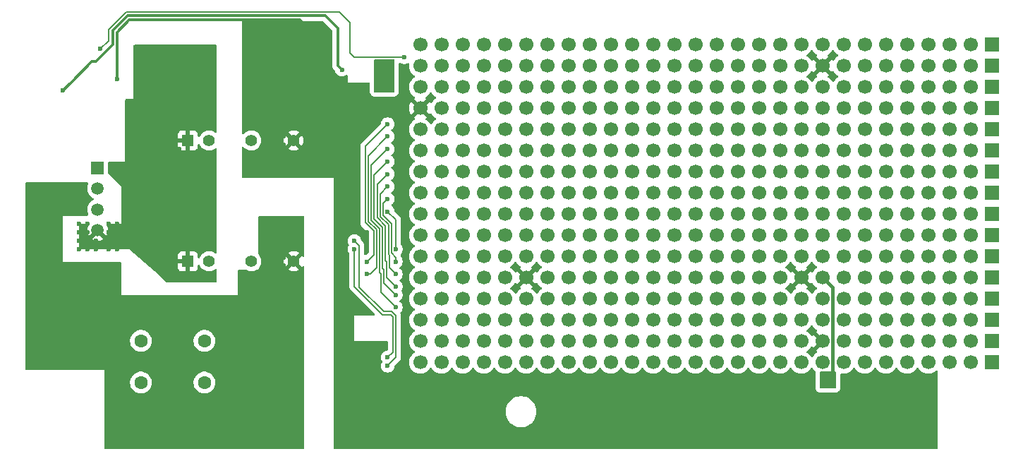
<source format=gbr>
%TF.GenerationSoftware,KiCad,Pcbnew,9.0.4*%
%TF.CreationDate,2025-09-08T19:15:53+09:00*%
%TF.ProjectId,CAN_Isolation,43414e5f-4973-46f6-9c61-74696f6e2e6b,Ver.1.0*%
%TF.SameCoordinates,Original*%
%TF.FileFunction,Copper,L2,Inr*%
%TF.FilePolarity,Positive*%
%FSLAX46Y46*%
G04 Gerber Fmt 4.6, Leading zero omitted, Abs format (unit mm)*
G04 Created by KiCad (PCBNEW 9.0.4) date 2025-09-08 19:15:53*
%MOMM*%
%LPD*%
G01*
G04 APERTURE LIST*
%TA.AperFunction,ComponentPad*%
%ADD10R,1.700000X1.700000*%
%TD*%
%TA.AperFunction,ComponentPad*%
%ADD11C,1.700000*%
%TD*%
%TA.AperFunction,ComponentPad*%
%ADD12R,1.508000X1.508000*%
%TD*%
%TA.AperFunction,ComponentPad*%
%ADD13C,1.508000*%
%TD*%
%TA.AperFunction,ComponentPad*%
%ADD14C,1.600000*%
%TD*%
%TA.AperFunction,ComponentPad*%
%ADD15R,1.397000X1.397000*%
%TD*%
%TA.AperFunction,ComponentPad*%
%ADD16C,1.397000*%
%TD*%
%TA.AperFunction,ViaPad*%
%ADD17C,0.600000*%
%TD*%
%TA.AperFunction,Conductor*%
%ADD18C,1.200000*%
%TD*%
%TA.AperFunction,Conductor*%
%ADD19C,0.600000*%
%TD*%
%TA.AperFunction,Conductor*%
%ADD20C,0.300000*%
%TD*%
%TA.AperFunction,Conductor*%
%ADD21C,0.400000*%
%TD*%
%TA.AperFunction,Conductor*%
%ADD22C,0.200000*%
%TD*%
G04 APERTURE END LIST*
D10*
%TO.N,unconnected-(J6-Pin_1-Pad1)*%
%TO.C,J6*%
X205157095Y-88934905D03*
D11*
%TO.N,unconnected-(J6-Pin_2-Pad2)*%
X202617095Y-88934905D03*
%TO.N,unconnected-(J6-Pin_3-Pad3)*%
X200077095Y-88934905D03*
%TO.N,unconnected-(J6-Pin_4-Pad4)*%
X197537095Y-88934905D03*
%TO.N,unconnected-(J6-Pin_5-Pad5)*%
X194997095Y-88934905D03*
%TO.N,unconnected-(J6-Pin_6-Pad6)*%
X192457095Y-88934905D03*
%TO.N,unconnected-(J6-Pin_7-Pad7)*%
X189917095Y-88934905D03*
%TO.N,unconnected-(J6-Pin_8-Pad8)*%
X187377095Y-88934905D03*
%TO.N,unconnected-(J6-Pin_9-Pad9)*%
X184837095Y-88934905D03*
%TO.N,unconnected-(J6-Pin_10-Pad10)*%
X182297095Y-88934905D03*
%TO.N,unconnected-(J6-Pin_11-Pad11)*%
X179757095Y-88934905D03*
%TO.N,unconnected-(J6-Pin_12-Pad12)*%
X177217095Y-88934905D03*
%TO.N,unconnected-(J6-Pin_13-Pad13)*%
X174677095Y-88934905D03*
%TO.N,unconnected-(J6-Pin_14-Pad14)*%
X172137095Y-88934905D03*
%TO.N,unconnected-(J6-Pin_15-Pad15)*%
X169597095Y-88934905D03*
%TO.N,unconnected-(J6-Pin_16-Pad16)*%
X167057095Y-88934905D03*
%TO.N,unconnected-(J6-Pin_17-Pad17)*%
X164517095Y-88934905D03*
%TO.N,unconnected-(J6-Pin_18-Pad18)*%
X161977095Y-88934905D03*
%TO.N,unconnected-(J6-Pin_19-Pad19)*%
X159437095Y-88934905D03*
%TO.N,unconnected-(J6-Pin_20-Pad20)*%
X156897095Y-88934905D03*
%TO.N,unconnected-(J6-Pin_21-Pad21)*%
X154357095Y-88934905D03*
%TO.N,unconnected-(J6-Pin_22-Pad22)*%
X151817095Y-88934905D03*
%TO.N,unconnected-(J6-Pin_23-Pad23)*%
X149277095Y-88934905D03*
%TO.N,unconnected-(J6-Pin_24-Pad24)*%
X146737095Y-88934905D03*
%TO.N,unconnected-(J6-Pin_25-Pad25)*%
X144197095Y-88934905D03*
%TO.N,unconnected-(J6-Pin_26-Pad26)*%
X141657095Y-88934905D03*
%TO.N,unconnected-(J6-Pin_27-Pad27)*%
X139117095Y-88934905D03*
%TO.N,unconnected-(J6-Pin_28-Pad28)*%
X136577095Y-88934905D03*
%TD*%
D10*
%TO.N,unconnected-(J3-Pin_1-Pad1)*%
%TO.C,J3*%
X205157095Y-81314905D03*
D11*
%TO.N,RF_ANTFLAG*%
X202617095Y-81314905D03*
%TO.N,RF_SHDN*%
X200077095Y-81314905D03*
%TO.N,RF_LD*%
X197537095Y-81314905D03*
%TO.N,RF_SDATA*%
X194997095Y-81314905D03*
%TO.N,RF_SCLK*%
X192457095Y-81314905D03*
%TO.N,RF_CS*%
X189917095Y-81314905D03*
%TO.N,RF_GNDA*%
X187377095Y-81314905D03*
%TO.N,RF_GND*%
X184837095Y-81314905D03*
%TO.N,RF_3.3V*%
X182297095Y-81314905D03*
%TO.N,unconnected-(J3-Pin_11-Pad11)*%
X179757095Y-81314905D03*
%TO.N,unconnected-(J3-Pin_12-Pad12)*%
X177217095Y-81314905D03*
%TO.N,unconnected-(J3-Pin_13-Pad13)*%
X174677095Y-81314905D03*
%TO.N,unconnected-(J3-Pin_14-Pad14)*%
X172137095Y-81314905D03*
%TO.N,unconnected-(J3-Pin_15-Pad15)*%
X169597095Y-81314905D03*
%TO.N,unconnected-(J3-Pin_16-Pad16)*%
X167057095Y-81314905D03*
%TO.N,unconnected-(J3-Pin_17-Pad17)*%
X164517095Y-81314905D03*
%TO.N,unconnected-(J3-Pin_18-Pad18)*%
X161977095Y-81314905D03*
%TO.N,unconnected-(J3-Pin_19-Pad19)*%
X159437095Y-81314905D03*
%TO.N,unconnected-(J3-Pin_20-Pad20)*%
X156897095Y-81314905D03*
%TO.N,unconnected-(J3-Pin_21-Pad21)*%
X154357095Y-81314905D03*
%TO.N,unconnected-(J3-Pin_22-Pad22)*%
X151817095Y-81314905D03*
%TO.N,unconnected-(J3-Pin_23-Pad23)*%
X149277095Y-81314905D03*
%TO.N,unconnected-(J3-Pin_24-Pad24)*%
X146737095Y-81314905D03*
%TO.N,unconnected-(J3-Pin_25-Pad25)*%
X144197095Y-81314905D03*
%TO.N,unconnected-(J3-Pin_26-Pad26)*%
X141657095Y-81314905D03*
%TO.N,unconnected-(J3-Pin_27-Pad27)*%
X139117095Y-81314905D03*
%TO.N,unconnected-(J3-Pin_28-Pad28)*%
X136577095Y-81314905D03*
%TD*%
D12*
%TO.N,BAT_12V*%
%TO.C,J1*%
X97857095Y-93544905D03*
D13*
%TO.N,CAN_H*%
X97857095Y-96044905D03*
%TO.N,CAN_L*%
X97857095Y-98544905D03*
%TO.N,BAT_GND*%
X97857095Y-101044905D03*
%TD*%
D10*
%TO.N,unconnected-(J8-Pin_1-Pad1)*%
%TO.C,J8*%
X205157095Y-94014905D03*
D11*
%TO.N,unconnected-(J8-Pin_2-Pad2)*%
X202617095Y-94014905D03*
%TO.N,unconnected-(J8-Pin_3-Pad3)*%
X200077095Y-94014905D03*
%TO.N,unconnected-(J8-Pin_4-Pad4)*%
X197537095Y-94014905D03*
%TO.N,unconnected-(J8-Pin_5-Pad5)*%
X194997095Y-94014905D03*
%TO.N,unconnected-(J8-Pin_6-Pad6)*%
X192457095Y-94014905D03*
%TO.N,unconnected-(J8-Pin_7-Pad7)*%
X189917095Y-94014905D03*
%TO.N,unconnected-(J8-Pin_8-Pad8)*%
X187377095Y-94014905D03*
%TO.N,unconnected-(J8-Pin_9-Pad9)*%
X184837095Y-94014905D03*
%TO.N,unconnected-(J8-Pin_10-Pad10)*%
X182297095Y-94014905D03*
%TO.N,unconnected-(J8-Pin_11-Pad11)*%
X179757095Y-94014905D03*
%TO.N,unconnected-(J8-Pin_12-Pad12)*%
X177217095Y-94014905D03*
%TO.N,unconnected-(J8-Pin_13-Pad13)*%
X174677095Y-94014905D03*
%TO.N,unconnected-(J8-Pin_14-Pad14)*%
X172137095Y-94014905D03*
%TO.N,unconnected-(J8-Pin_15-Pad15)*%
X169597095Y-94014905D03*
%TO.N,unconnected-(J8-Pin_16-Pad16)*%
X167057095Y-94014905D03*
%TO.N,unconnected-(J8-Pin_17-Pad17)*%
X164517095Y-94014905D03*
%TO.N,unconnected-(J8-Pin_18-Pad18)*%
X161977095Y-94014905D03*
%TO.N,unconnected-(J8-Pin_19-Pad19)*%
X159437095Y-94014905D03*
%TO.N,unconnected-(J8-Pin_20-Pad20)*%
X156897095Y-94014905D03*
%TO.N,unconnected-(J8-Pin_21-Pad21)*%
X154357095Y-94014905D03*
%TO.N,unconnected-(J8-Pin_22-Pad22)*%
X151817095Y-94014905D03*
%TO.N,unconnected-(J8-Pin_23-Pad23)*%
X149277095Y-94014905D03*
%TO.N,unconnected-(J8-Pin_24-Pad24)*%
X146737095Y-94014905D03*
%TO.N,unconnected-(J8-Pin_25-Pad25)*%
X144197095Y-94014905D03*
%TO.N,unconnected-(J8-Pin_26-Pad26)*%
X141657095Y-94014905D03*
%TO.N,unconnected-(J8-Pin_27-Pad27)*%
X139117095Y-94014905D03*
%TO.N,unconnected-(J8-Pin_28-Pad28)*%
X136577095Y-94014905D03*
%TD*%
D10*
%TO.N,unconnected-(J11-Pin_1-Pad1)*%
%TO.C,J11*%
X205157095Y-101634905D03*
D11*
%TO.N,unconnected-(J11-Pin_2-Pad2)*%
X202617095Y-101634905D03*
%TO.N,unconnected-(J11-Pin_3-Pad3)*%
X200077095Y-101634905D03*
%TO.N,unconnected-(J11-Pin_4-Pad4)*%
X197537095Y-101634905D03*
%TO.N,unconnected-(J11-Pin_5-Pad5)*%
X194997095Y-101634905D03*
%TO.N,unconnected-(J11-Pin_6-Pad6)*%
X192457095Y-101634905D03*
%TO.N,unconnected-(J11-Pin_7-Pad7)*%
X189917095Y-101634905D03*
%TO.N,unconnected-(J11-Pin_8-Pad8)*%
X187377095Y-101634905D03*
%TO.N,unconnected-(J11-Pin_9-Pad9)*%
X184837095Y-101634905D03*
%TO.N,unconnected-(J11-Pin_10-Pad10)*%
X182297095Y-101634905D03*
%TO.N,unconnected-(J11-Pin_11-Pad11)*%
X179757095Y-101634905D03*
%TO.N,unconnected-(J11-Pin_12-Pad12)*%
X177217095Y-101634905D03*
%TO.N,unconnected-(J11-Pin_13-Pad13)*%
X174677095Y-101634905D03*
%TO.N,unconnected-(J11-Pin_14-Pad14)*%
X172137095Y-101634905D03*
%TO.N,unconnected-(J11-Pin_15-Pad15)*%
X169597095Y-101634905D03*
%TO.N,unconnected-(J11-Pin_16-Pad16)*%
X167057095Y-101634905D03*
%TO.N,unconnected-(J11-Pin_17-Pad17)*%
X164517095Y-101634905D03*
%TO.N,unconnected-(J11-Pin_18-Pad18)*%
X161977095Y-101634905D03*
%TO.N,unconnected-(J11-Pin_19-Pad19)*%
X159437095Y-101634905D03*
%TO.N,unconnected-(J11-Pin_20-Pad20)*%
X156897095Y-101634905D03*
%TO.N,unconnected-(J11-Pin_21-Pad21)*%
X154357095Y-101634905D03*
%TO.N,unconnected-(J11-Pin_22-Pad22)*%
X151817095Y-101634905D03*
%TO.N,unconnected-(J11-Pin_23-Pad23)*%
X149277095Y-101634905D03*
%TO.N,unconnected-(J11-Pin_24-Pad24)*%
X146737095Y-101634905D03*
%TO.N,unconnected-(J11-Pin_25-Pad25)*%
X144197095Y-101634905D03*
%TO.N,unconnected-(J11-Pin_26-Pad26)*%
X141657095Y-101634905D03*
%TO.N,unconnected-(J11-Pin_27-Pad27)*%
X139117095Y-101634905D03*
%TO.N,unconnected-(J11-Pin_28-Pad28)*%
X136577095Y-101634905D03*
%TD*%
D10*
%TO.N,unconnected-(J17-Pin_1-Pad1)*%
%TO.C,J17*%
X205157095Y-116874905D03*
D11*
%TO.N,unconnected-(J17-Pin_2-Pad2)*%
X202617095Y-116874905D03*
%TO.N,unconnected-(J17-Pin_3-Pad3)*%
X200077095Y-116874905D03*
%TO.N,unconnected-(J17-Pin_4-Pad4)*%
X197537095Y-116874905D03*
%TO.N,unconnected-(J17-Pin_5-Pad5)*%
X194997095Y-116874905D03*
%TO.N,unconnected-(J17-Pin_6-Pad6)*%
X192457095Y-116874905D03*
%TO.N,unconnected-(J17-Pin_7-Pad7)*%
X189917095Y-116874905D03*
%TO.N,unconnected-(J17-Pin_8-Pad8)*%
X187377095Y-116874905D03*
%TO.N,unconnected-(J17-Pin_9-Pad9)*%
X184837095Y-116874905D03*
%TO.N,unconnected-(J17-Pin_10-Pad10)*%
X182297095Y-116874905D03*
%TO.N,unconnected-(J17-Pin_11-Pad11)*%
X179757095Y-116874905D03*
%TO.N,unconnected-(J17-Pin_12-Pad12)*%
X177217095Y-116874905D03*
%TO.N,unconnected-(J17-Pin_13-Pad13)*%
X174677095Y-116874905D03*
%TO.N,unconnected-(J17-Pin_14-Pad14)*%
X172137095Y-116874905D03*
%TO.N,unconnected-(J17-Pin_15-Pad15)*%
X169597095Y-116874905D03*
%TO.N,unconnected-(J17-Pin_16-Pad16)*%
X167057095Y-116874905D03*
%TO.N,unconnected-(J17-Pin_17-Pad17)*%
X164517095Y-116874905D03*
%TO.N,unconnected-(J17-Pin_18-Pad18)*%
X161977095Y-116874905D03*
%TO.N,unconnected-(J17-Pin_19-Pad19)*%
X159437095Y-116874905D03*
%TO.N,unconnected-(J17-Pin_20-Pad20)*%
X156897095Y-116874905D03*
%TO.N,unconnected-(J17-Pin_21-Pad21)*%
X154357095Y-116874905D03*
%TO.N,unconnected-(J17-Pin_22-Pad22)*%
X151817095Y-116874905D03*
%TO.N,unconnected-(J17-Pin_23-Pad23)*%
X149277095Y-116874905D03*
%TO.N,unconnected-(J17-Pin_24-Pad24)*%
X146737095Y-116874905D03*
%TO.N,unconnected-(J17-Pin_25-Pad25)*%
X144197095Y-116874905D03*
%TO.N,unconnected-(J17-Pin_26-Pad26)*%
X141657095Y-116874905D03*
%TO.N,unconnected-(J17-Pin_27-Pad27)*%
X139117095Y-116874905D03*
%TO.N,unconnected-(J17-Pin_28-Pad28)*%
X136577095Y-116874905D03*
%TD*%
D10*
%TO.N,unconnected-(J15-Pin_1-Pad1)*%
%TO.C,J15*%
X205157095Y-111794905D03*
D11*
%TO.N,unconnected-(J15-Pin_2-Pad2)*%
X202617095Y-111794905D03*
%TO.N,unconnected-(J15-Pin_3-Pad3)*%
X200077095Y-111794905D03*
%TO.N,unconnected-(J15-Pin_4-Pad4)*%
X197537095Y-111794905D03*
%TO.N,unconnected-(J15-Pin_5-Pad5)*%
X194997095Y-111794905D03*
%TO.N,unconnected-(J15-Pin_6-Pad6)*%
X192457095Y-111794905D03*
%TO.N,unconnected-(J15-Pin_7-Pad7)*%
X189917095Y-111794905D03*
%TO.N,unconnected-(J15-Pin_8-Pad8)*%
X187377095Y-111794905D03*
%TO.N,unconnected-(J15-Pin_9-Pad9)*%
X184837095Y-111794905D03*
%TO.N,unconnected-(J15-Pin_10-Pad10)*%
X182297095Y-111794905D03*
%TO.N,unconnected-(J15-Pin_11-Pad11)*%
X179757095Y-111794905D03*
%TO.N,unconnected-(J15-Pin_12-Pad12)*%
X177217095Y-111794905D03*
%TO.N,unconnected-(J15-Pin_13-Pad13)*%
X174677095Y-111794905D03*
%TO.N,unconnected-(J15-Pin_14-Pad14)*%
X172137095Y-111794905D03*
%TO.N,unconnected-(J15-Pin_15-Pad15)*%
X169597095Y-111794905D03*
%TO.N,unconnected-(J15-Pin_16-Pad16)*%
X167057095Y-111794905D03*
%TO.N,unconnected-(J15-Pin_17-Pad17)*%
X164517095Y-111794905D03*
%TO.N,unconnected-(J15-Pin_18-Pad18)*%
X161977095Y-111794905D03*
%TO.N,unconnected-(J15-Pin_19-Pad19)*%
X159437095Y-111794905D03*
%TO.N,unconnected-(J15-Pin_20-Pad20)*%
X156897095Y-111794905D03*
%TO.N,unconnected-(J15-Pin_21-Pad21)*%
X154357095Y-111794905D03*
%TO.N,unconnected-(J15-Pin_22-Pad22)*%
X151817095Y-111794905D03*
%TO.N,unconnected-(J15-Pin_23-Pad23)*%
X149277095Y-111794905D03*
%TO.N,unconnected-(J15-Pin_24-Pad24)*%
X146737095Y-111794905D03*
%TO.N,unconnected-(J15-Pin_25-Pad25)*%
X144197095Y-111794905D03*
%TO.N,unconnected-(J15-Pin_26-Pad26)*%
X141657095Y-111794905D03*
%TO.N,unconnected-(J15-Pin_27-Pad27)*%
X139117095Y-111794905D03*
%TO.N,unconnected-(J15-Pin_28-Pad28)*%
X136577095Y-111794905D03*
%TD*%
D10*
%TO.N,unconnected-(J13-Pin_1-Pad1)*%
%TO.C,J13*%
X205157095Y-106714905D03*
D11*
%TO.N,unconnected-(J13-Pin_2-Pad2)*%
X202617095Y-106714905D03*
%TO.N,unconnected-(J13-Pin_3-Pad3)*%
X200077095Y-106714905D03*
%TO.N,unconnected-(J13-Pin_4-Pad4)*%
X197537095Y-106714905D03*
%TO.N,unconnected-(J13-Pin_5-Pad5)*%
X194997095Y-106714905D03*
%TO.N,unconnected-(J13-Pin_6-Pad6)*%
X192457095Y-106714905D03*
%TO.N,unconnected-(J13-Pin_7-Pad7)*%
X189917095Y-106714905D03*
%TO.N,unconnected-(J13-Pin_8-Pad8)*%
X187377095Y-106714905D03*
%TO.N,+5VD*%
X184837095Y-106714905D03*
%TO.N,RF_GND*%
X182297095Y-106714905D03*
%TO.N,RF_IDEL*%
X179757095Y-106714905D03*
%TO.N,RF_LED*%
X177217095Y-106714905D03*
%TO.N,RF_I1*%
X174677095Y-106714905D03*
%TO.N,RF_I0*%
X172137095Y-106714905D03*
%TO.N,RF_Q0*%
X169597095Y-106714905D03*
%TO.N,RF_Q1*%
X167057095Y-106714905D03*
%TO.N,RF_CLKOUT*%
X164517095Y-106714905D03*
%TO.N,unconnected-(J13-Pin_18-Pad18)*%
X161977095Y-106714905D03*
%TO.N,unconnected-(J13-Pin_19-Pad19)*%
X159437095Y-106714905D03*
%TO.N,unconnected-(J13-Pin_20-Pad20)*%
X156897095Y-106714905D03*
%TO.N,unconnected-(J13-Pin_21-Pad21)*%
X154357095Y-106714905D03*
%TO.N,CAN_CLK*%
X151817095Y-106714905D03*
%TO.N,RF_GND*%
X149277095Y-106714905D03*
%TO.N,unconnected-(J13-Pin_24-Pad24)*%
X146737095Y-106714905D03*
%TO.N,CAN_CS*%
X144197095Y-106714905D03*
%TO.N,CAN_SDO*%
X141657095Y-106714905D03*
%TO.N,CAN_SDI*%
X139117095Y-106714905D03*
%TO.N,CAN_SCK*%
X136577095Y-106714905D03*
%TD*%
D14*
%TO.N,Net-(C12-Pad1)*%
%TO.C,R12*%
X103037095Y-114294905D03*
%TO.N,CAN_L*%
X110657095Y-114294905D03*
%TD*%
D10*
%TO.N,RF_3.3V*%
%TO.C,J16*%
X205157095Y-114334905D03*
D11*
%TO.N,RF_LED*%
X202617095Y-114334905D03*
%TO.N,RF_IDEL*%
X200077095Y-114334905D03*
%TO.N,RF_I1*%
X197537095Y-114334905D03*
%TO.N,RF_I0*%
X194997095Y-114334905D03*
%TO.N,RF_Q0*%
X192457095Y-114334905D03*
%TO.N,RF_Q1*%
X189917095Y-114334905D03*
%TO.N,RF_CLKOUT*%
X187377095Y-114334905D03*
%TO.N,RF_GND*%
X184837095Y-114334905D03*
%TO.N,RF_GNDA*%
X182297095Y-114334905D03*
%TO.N,unconnected-(J16-Pin_11-Pad11)*%
X179757095Y-114334905D03*
%TO.N,unconnected-(J16-Pin_12-Pad12)*%
X177217095Y-114334905D03*
%TO.N,unconnected-(J16-Pin_13-Pad13)*%
X174677095Y-114334905D03*
%TO.N,unconnected-(J16-Pin_14-Pad14)*%
X172137095Y-114334905D03*
%TO.N,unconnected-(J16-Pin_15-Pad15)*%
X169597095Y-114334905D03*
%TO.N,unconnected-(J16-Pin_16-Pad16)*%
X167057095Y-114334905D03*
%TO.N,unconnected-(J16-Pin_17-Pad17)*%
X164517095Y-114334905D03*
%TO.N,unconnected-(J16-Pin_18-Pad18)*%
X161977095Y-114334905D03*
%TO.N,unconnected-(J16-Pin_19-Pad19)*%
X159437095Y-114334905D03*
%TO.N,unconnected-(J16-Pin_20-Pad20)*%
X156897095Y-114334905D03*
%TO.N,unconnected-(J16-Pin_21-Pad21)*%
X154357095Y-114334905D03*
%TO.N,unconnected-(J16-Pin_22-Pad22)*%
X151817095Y-114334905D03*
%TO.N,unconnected-(J16-Pin_23-Pad23)*%
X149277095Y-114334905D03*
%TO.N,unconnected-(J16-Pin_24-Pad24)*%
X146737095Y-114334905D03*
%TO.N,unconnected-(J16-Pin_25-Pad25)*%
X144197095Y-114334905D03*
%TO.N,unconnected-(J16-Pin_26-Pad26)*%
X141657095Y-114334905D03*
%TO.N,unconnected-(J16-Pin_27-Pad27)*%
X139117095Y-114334905D03*
%TO.N,unconnected-(J16-Pin_28-Pad28)*%
X136577095Y-114334905D03*
%TD*%
D10*
%TO.N,unconnected-(J7-Pin_1-Pad1)*%
%TO.C,J7*%
X205157095Y-91474905D03*
D11*
%TO.N,unconnected-(J7-Pin_2-Pad2)*%
X202617095Y-91474905D03*
%TO.N,unconnected-(J7-Pin_3-Pad3)*%
X200077095Y-91474905D03*
%TO.N,unconnected-(J7-Pin_4-Pad4)*%
X197537095Y-91474905D03*
%TO.N,unconnected-(J7-Pin_5-Pad5)*%
X194997095Y-91474905D03*
%TO.N,unconnected-(J7-Pin_6-Pad6)*%
X192457095Y-91474905D03*
%TO.N,unconnected-(J7-Pin_7-Pad7)*%
X189917095Y-91474905D03*
%TO.N,unconnected-(J7-Pin_8-Pad8)*%
X187377095Y-91474905D03*
%TO.N,unconnected-(J7-Pin_9-Pad9)*%
X184837095Y-91474905D03*
%TO.N,unconnected-(J7-Pin_10-Pad10)*%
X182297095Y-91474905D03*
%TO.N,unconnected-(J7-Pin_11-Pad11)*%
X179757095Y-91474905D03*
%TO.N,unconnected-(J7-Pin_12-Pad12)*%
X177217095Y-91474905D03*
%TO.N,unconnected-(J7-Pin_13-Pad13)*%
X174677095Y-91474905D03*
%TO.N,unconnected-(J7-Pin_14-Pad14)*%
X172137095Y-91474905D03*
%TO.N,unconnected-(J7-Pin_15-Pad15)*%
X169597095Y-91474905D03*
%TO.N,unconnected-(J7-Pin_16-Pad16)*%
X167057095Y-91474905D03*
%TO.N,unconnected-(J7-Pin_17-Pad17)*%
X164517095Y-91474905D03*
%TO.N,unconnected-(J7-Pin_18-Pad18)*%
X161977095Y-91474905D03*
%TO.N,unconnected-(J7-Pin_19-Pad19)*%
X159437095Y-91474905D03*
%TO.N,unconnected-(J7-Pin_20-Pad20)*%
X156897095Y-91474905D03*
%TO.N,unconnected-(J7-Pin_21-Pad21)*%
X154357095Y-91474905D03*
%TO.N,unconnected-(J7-Pin_22-Pad22)*%
X151817095Y-91474905D03*
%TO.N,unconnected-(J7-Pin_23-Pad23)*%
X149277095Y-91474905D03*
%TO.N,unconnected-(J7-Pin_24-Pad24)*%
X146737095Y-91474905D03*
%TO.N,unconnected-(J7-Pin_25-Pad25)*%
X144197095Y-91474905D03*
%TO.N,unconnected-(J7-Pin_26-Pad26)*%
X141657095Y-91474905D03*
%TO.N,unconnected-(J7-Pin_27-Pad27)*%
X139117095Y-91474905D03*
%TO.N,unconnected-(J7-Pin_28-Pad28)*%
X136577095Y-91474905D03*
%TD*%
D10*
%TO.N,unconnected-(J10-Pin_1-Pad1)*%
%TO.C,J10*%
X205157095Y-99094905D03*
D11*
%TO.N,unconnected-(J10-Pin_2-Pad2)*%
X202617095Y-99094905D03*
%TO.N,unconnected-(J10-Pin_3-Pad3)*%
X200077095Y-99094905D03*
%TO.N,unconnected-(J10-Pin_4-Pad4)*%
X197537095Y-99094905D03*
%TO.N,unconnected-(J10-Pin_5-Pad5)*%
X194997095Y-99094905D03*
%TO.N,unconnected-(J10-Pin_6-Pad6)*%
X192457095Y-99094905D03*
%TO.N,unconnected-(J10-Pin_7-Pad7)*%
X189917095Y-99094905D03*
%TO.N,unconnected-(J10-Pin_8-Pad8)*%
X187377095Y-99094905D03*
%TO.N,unconnected-(J10-Pin_9-Pad9)*%
X184837095Y-99094905D03*
%TO.N,unconnected-(J10-Pin_10-Pad10)*%
X182297095Y-99094905D03*
%TO.N,unconnected-(J10-Pin_11-Pad11)*%
X179757095Y-99094905D03*
%TO.N,unconnected-(J10-Pin_12-Pad12)*%
X177217095Y-99094905D03*
%TO.N,unconnected-(J10-Pin_13-Pad13)*%
X174677095Y-99094905D03*
%TO.N,unconnected-(J10-Pin_14-Pad14)*%
X172137095Y-99094905D03*
%TO.N,unconnected-(J10-Pin_15-Pad15)*%
X169597095Y-99094905D03*
%TO.N,unconnected-(J10-Pin_16-Pad16)*%
X167057095Y-99094905D03*
%TO.N,unconnected-(J10-Pin_17-Pad17)*%
X164517095Y-99094905D03*
%TO.N,unconnected-(J10-Pin_18-Pad18)*%
X161977095Y-99094905D03*
%TO.N,unconnected-(J10-Pin_19-Pad19)*%
X159437095Y-99094905D03*
%TO.N,unconnected-(J10-Pin_20-Pad20)*%
X156897095Y-99094905D03*
%TO.N,unconnected-(J10-Pin_21-Pad21)*%
X154357095Y-99094905D03*
%TO.N,unconnected-(J10-Pin_22-Pad22)*%
X151817095Y-99094905D03*
%TO.N,unconnected-(J10-Pin_23-Pad23)*%
X149277095Y-99094905D03*
%TO.N,unconnected-(J10-Pin_24-Pad24)*%
X146737095Y-99094905D03*
%TO.N,unconnected-(J10-Pin_25-Pad25)*%
X144197095Y-99094905D03*
%TO.N,unconnected-(J10-Pin_26-Pad26)*%
X141657095Y-99094905D03*
%TO.N,unconnected-(J10-Pin_27-Pad27)*%
X139117095Y-99094905D03*
%TO.N,unconnected-(J10-Pin_28-Pad28)*%
X136577095Y-99094905D03*
%TD*%
D15*
%TO.N,BAT_GND*%
%TO.C,U3*%
X108680095Y-90270905D03*
D16*
%TO.N,BAT_12V*%
X111220095Y-90270905D03*
%TO.N,RF_3.3V*%
X116300095Y-90270905D03*
%TO.N,RF_GND*%
X121380095Y-90270905D03*
%TD*%
D15*
%TO.N,BAT_GND*%
%TO.C,U4*%
X108680095Y-104770905D03*
D16*
%TO.N,BAT_12V*%
X111220095Y-104770905D03*
%TO.N,+5VCAN*%
X116300095Y-104770905D03*
%TO.N,GND_5VCAN*%
X121380095Y-104770905D03*
%TD*%
D10*
%TO.N,unconnected-(J9-Pin_1-Pad1)*%
%TO.C,J9*%
X205157095Y-96554905D03*
D11*
%TO.N,unconnected-(J9-Pin_2-Pad2)*%
X202617095Y-96554905D03*
%TO.N,unconnected-(J9-Pin_3-Pad3)*%
X200077095Y-96554905D03*
%TO.N,unconnected-(J9-Pin_4-Pad4)*%
X197537095Y-96554905D03*
%TO.N,unconnected-(J9-Pin_5-Pad5)*%
X194997095Y-96554905D03*
%TO.N,unconnected-(J9-Pin_6-Pad6)*%
X192457095Y-96554905D03*
%TO.N,unconnected-(J9-Pin_7-Pad7)*%
X189917095Y-96554905D03*
%TO.N,unconnected-(J9-Pin_8-Pad8)*%
X187377095Y-96554905D03*
%TO.N,unconnected-(J9-Pin_9-Pad9)*%
X184837095Y-96554905D03*
%TO.N,unconnected-(J9-Pin_10-Pad10)*%
X182297095Y-96554905D03*
%TO.N,unconnected-(J9-Pin_11-Pad11)*%
X179757095Y-96554905D03*
%TO.N,unconnected-(J9-Pin_12-Pad12)*%
X177217095Y-96554905D03*
%TO.N,unconnected-(J9-Pin_13-Pad13)*%
X174677095Y-96554905D03*
%TO.N,unconnected-(J9-Pin_14-Pad14)*%
X172137095Y-96554905D03*
%TO.N,unconnected-(J9-Pin_15-Pad15)*%
X169597095Y-96554905D03*
%TO.N,unconnected-(J9-Pin_16-Pad16)*%
X167057095Y-96554905D03*
%TO.N,unconnected-(J9-Pin_17-Pad17)*%
X164517095Y-96554905D03*
%TO.N,unconnected-(J9-Pin_18-Pad18)*%
X161977095Y-96554905D03*
%TO.N,unconnected-(J9-Pin_19-Pad19)*%
X159437095Y-96554905D03*
%TO.N,unconnected-(J9-Pin_20-Pad20)*%
X156897095Y-96554905D03*
%TO.N,unconnected-(J9-Pin_21-Pad21)*%
X154357095Y-96554905D03*
%TO.N,unconnected-(J9-Pin_22-Pad22)*%
X151817095Y-96554905D03*
%TO.N,unconnected-(J9-Pin_23-Pad23)*%
X149277095Y-96554905D03*
%TO.N,unconnected-(J9-Pin_24-Pad24)*%
X146737095Y-96554905D03*
%TO.N,unconnected-(J9-Pin_25-Pad25)*%
X144197095Y-96554905D03*
%TO.N,unconnected-(J9-Pin_26-Pad26)*%
X141657095Y-96554905D03*
%TO.N,unconnected-(J9-Pin_27-Pad27)*%
X139117095Y-96554905D03*
%TO.N,unconnected-(J9-Pin_28-Pad28)*%
X136577095Y-96554905D03*
%TD*%
D14*
%TO.N,CAN_H*%
%TO.C,R11*%
X110657095Y-119294905D03*
%TO.N,Net-(C12-Pad1)*%
X103037095Y-119294905D03*
%TD*%
D10*
%TO.N,unconnected-(J2-Pin_1-Pad1)*%
%TO.C,J2*%
X205157095Y-78774905D03*
D11*
%TO.N,unconnected-(J2-Pin_2-Pad2)*%
X202617095Y-78774905D03*
%TO.N,unconnected-(J2-Pin_3-Pad3)*%
X200077095Y-78774905D03*
%TO.N,unconnected-(J2-Pin_4-Pad4)*%
X197537095Y-78774905D03*
%TO.N,unconnected-(J2-Pin_5-Pad5)*%
X194997095Y-78774905D03*
%TO.N,unconnected-(J2-Pin_6-Pad6)*%
X192457095Y-78774905D03*
%TO.N,unconnected-(J2-Pin_7-Pad7)*%
X189917095Y-78774905D03*
%TO.N,unconnected-(J2-Pin_8-Pad8)*%
X187377095Y-78774905D03*
%TO.N,unconnected-(J2-Pin_9-Pad9)*%
X184837095Y-78774905D03*
%TO.N,unconnected-(J2-Pin_10-Pad10)*%
X182297095Y-78774905D03*
%TO.N,unconnected-(J2-Pin_11-Pad11)*%
X179757095Y-78774905D03*
%TO.N,unconnected-(J2-Pin_12-Pad12)*%
X177217095Y-78774905D03*
%TO.N,unconnected-(J2-Pin_13-Pad13)*%
X174677095Y-78774905D03*
%TO.N,unconnected-(J2-Pin_14-Pad14)*%
X172137095Y-78774905D03*
%TO.N,unconnected-(J2-Pin_15-Pad15)*%
X169597095Y-78774905D03*
%TO.N,unconnected-(J2-Pin_16-Pad16)*%
X167057095Y-78774905D03*
%TO.N,unconnected-(J2-Pin_17-Pad17)*%
X164517095Y-78774905D03*
%TO.N,unconnected-(J2-Pin_18-Pad18)*%
X161977095Y-78774905D03*
%TO.N,unconnected-(J2-Pin_19-Pad19)*%
X159437095Y-78774905D03*
%TO.N,unconnected-(J2-Pin_20-Pad20)*%
X156897095Y-78774905D03*
%TO.N,unconnected-(J2-Pin_21-Pad21)*%
X154357095Y-78774905D03*
%TO.N,unconnected-(J2-Pin_22-Pad22)*%
X151817095Y-78774905D03*
%TO.N,unconnected-(J2-Pin_23-Pad23)*%
X149277095Y-78774905D03*
%TO.N,unconnected-(J2-Pin_24-Pad24)*%
X146737095Y-78774905D03*
%TO.N,unconnected-(J2-Pin_25-Pad25)*%
X144197095Y-78774905D03*
%TO.N,unconnected-(J2-Pin_26-Pad26)*%
X141657095Y-78774905D03*
%TO.N,unconnected-(J2-Pin_27-Pad27)*%
X139117095Y-78774905D03*
%TO.N,unconnected-(J2-Pin_28-Pad28)*%
X136577095Y-78774905D03*
%TD*%
D10*
%TO.N,unconnected-(J5-Pin_1-Pad1)*%
%TO.C,J5*%
X205157095Y-86394905D03*
D11*
%TO.N,unconnected-(J5-Pin_2-Pad2)*%
X202617095Y-86394905D03*
%TO.N,unconnected-(J5-Pin_3-Pad3)*%
X200077095Y-86394905D03*
%TO.N,unconnected-(J5-Pin_4-Pad4)*%
X197537095Y-86394905D03*
%TO.N,unconnected-(J5-Pin_5-Pad5)*%
X194997095Y-86394905D03*
%TO.N,unconnected-(J5-Pin_6-Pad6)*%
X192457095Y-86394905D03*
%TO.N,unconnected-(J5-Pin_7-Pad7)*%
X189917095Y-86394905D03*
%TO.N,unconnected-(J5-Pin_8-Pad8)*%
X187377095Y-86394905D03*
%TO.N,RF_LD*%
X184837095Y-86394905D03*
%TO.N,RF_SHDN*%
X182297095Y-86394905D03*
%TO.N,RF_ANTFLAG*%
X179757095Y-86394905D03*
%TO.N,unconnected-(J5-Pin_12-Pad12)*%
X177217095Y-86394905D03*
%TO.N,unconnected-(J5-Pin_13-Pad13)*%
X174677095Y-86394905D03*
%TO.N,unconnected-(J5-Pin_14-Pad14)*%
X172137095Y-86394905D03*
%TO.N,unconnected-(J5-Pin_15-Pad15)*%
X169597095Y-86394905D03*
%TO.N,RF_SDATA*%
X167057095Y-86394905D03*
%TO.N,RF_SCLK*%
X164517095Y-86394905D03*
%TO.N,RF_CS*%
X161977095Y-86394905D03*
%TO.N,CAN_LED*%
X159437095Y-86394905D03*
%TO.N,CAN_GPIO0*%
X156897095Y-86394905D03*
%TO.N,CAN_GPIO1*%
X154357095Y-86394905D03*
%TO.N,CAN_INT*%
X151817095Y-86394905D03*
%TO.N,unconnected-(J5-Pin_23-Pad23)*%
X149277095Y-86394905D03*
%TO.N,unconnected-(J5-Pin_24-Pad24)*%
X146737095Y-86394905D03*
%TO.N,unconnected-(J5-Pin_25-Pad25)*%
X144197095Y-86394905D03*
%TO.N,unconnected-(J5-Pin_26-Pad26)*%
X141657095Y-86394905D03*
%TO.N,unconnected-(J5-Pin_27-Pad27)*%
X139117095Y-86394905D03*
%TO.N,RF_GND*%
X136577095Y-86394905D03*
%TD*%
D10*
%TO.N,unconnected-(J14-Pin_1-Pad1)*%
%TO.C,J14*%
X205157095Y-109254905D03*
D11*
%TO.N,unconnected-(J14-Pin_2-Pad2)*%
X202617095Y-109254905D03*
%TO.N,unconnected-(J14-Pin_3-Pad3)*%
X200077095Y-109254905D03*
%TO.N,unconnected-(J14-Pin_4-Pad4)*%
X197537095Y-109254905D03*
%TO.N,unconnected-(J14-Pin_5-Pad5)*%
X194997095Y-109254905D03*
%TO.N,unconnected-(J14-Pin_6-Pad6)*%
X192457095Y-109254905D03*
%TO.N,unconnected-(J14-Pin_7-Pad7)*%
X189917095Y-109254905D03*
%TO.N,unconnected-(J14-Pin_8-Pad8)*%
X187377095Y-109254905D03*
%TO.N,unconnected-(J14-Pin_9-Pad9)*%
X184837095Y-109254905D03*
%TO.N,unconnected-(J14-Pin_10-Pad10)*%
X182297095Y-109254905D03*
%TO.N,unconnected-(J14-Pin_11-Pad11)*%
X179757095Y-109254905D03*
%TO.N,unconnected-(J14-Pin_12-Pad12)*%
X177217095Y-109254905D03*
%TO.N,unconnected-(J14-Pin_13-Pad13)*%
X174677095Y-109254905D03*
%TO.N,unconnected-(J14-Pin_14-Pad14)*%
X172137095Y-109254905D03*
%TO.N,unconnected-(J14-Pin_15-Pad15)*%
X169597095Y-109254905D03*
%TO.N,unconnected-(J14-Pin_16-Pad16)*%
X167057095Y-109254905D03*
%TO.N,unconnected-(J14-Pin_17-Pad17)*%
X164517095Y-109254905D03*
%TO.N,unconnected-(J14-Pin_18-Pad18)*%
X161977095Y-109254905D03*
%TO.N,unconnected-(J14-Pin_19-Pad19)*%
X159437095Y-109254905D03*
%TO.N,unconnected-(J14-Pin_20-Pad20)*%
X156897095Y-109254905D03*
%TO.N,unconnected-(J14-Pin_21-Pad21)*%
X154357095Y-109254905D03*
%TO.N,unconnected-(J14-Pin_22-Pad22)*%
X151817095Y-109254905D03*
%TO.N,unconnected-(J14-Pin_23-Pad23)*%
X149277095Y-109254905D03*
%TO.N,unconnected-(J14-Pin_24-Pad24)*%
X146737095Y-109254905D03*
%TO.N,unconnected-(J14-Pin_25-Pad25)*%
X144197095Y-109254905D03*
%TO.N,unconnected-(J14-Pin_26-Pad26)*%
X141657095Y-109254905D03*
%TO.N,unconnected-(J14-Pin_27-Pad27)*%
X139117095Y-109254905D03*
%TO.N,unconnected-(J14-Pin_28-Pad28)*%
X136577095Y-109254905D03*
%TD*%
D10*
%TO.N,unconnected-(J4-Pin_1-Pad1)*%
%TO.C,J4*%
X205157095Y-83854905D03*
D11*
%TO.N,unconnected-(J4-Pin_2-Pad2)*%
X202617095Y-83854905D03*
%TO.N,unconnected-(J4-Pin_3-Pad3)*%
X200077095Y-83854905D03*
%TO.N,unconnected-(J4-Pin_4-Pad4)*%
X197537095Y-83854905D03*
%TO.N,unconnected-(J4-Pin_5-Pad5)*%
X194997095Y-83854905D03*
%TO.N,unconnected-(J4-Pin_6-Pad6)*%
X192457095Y-83854905D03*
%TO.N,unconnected-(J4-Pin_7-Pad7)*%
X189917095Y-83854905D03*
%TO.N,unconnected-(J4-Pin_8-Pad8)*%
X187377095Y-83854905D03*
%TO.N,unconnected-(J4-Pin_9-Pad9)*%
X184837095Y-83854905D03*
%TO.N,unconnected-(J4-Pin_10-Pad10)*%
X182297095Y-83854905D03*
%TO.N,unconnected-(J4-Pin_11-Pad11)*%
X179757095Y-83854905D03*
%TO.N,unconnected-(J4-Pin_12-Pad12)*%
X177217095Y-83854905D03*
%TO.N,unconnected-(J4-Pin_13-Pad13)*%
X174677095Y-83854905D03*
%TO.N,unconnected-(J4-Pin_14-Pad14)*%
X172137095Y-83854905D03*
%TO.N,unconnected-(J4-Pin_15-Pad15)*%
X169597095Y-83854905D03*
%TO.N,unconnected-(J4-Pin_16-Pad16)*%
X167057095Y-83854905D03*
%TO.N,unconnected-(J4-Pin_17-Pad17)*%
X164517095Y-83854905D03*
%TO.N,unconnected-(J4-Pin_18-Pad18)*%
X161977095Y-83854905D03*
%TO.N,unconnected-(J4-Pin_19-Pad19)*%
X159437095Y-83854905D03*
%TO.N,unconnected-(J4-Pin_20-Pad20)*%
X156897095Y-83854905D03*
%TO.N,unconnected-(J4-Pin_21-Pad21)*%
X154357095Y-83854905D03*
%TO.N,unconnected-(J4-Pin_22-Pad22)*%
X151817095Y-83854905D03*
%TO.N,unconnected-(J4-Pin_23-Pad23)*%
X149277095Y-83854905D03*
%TO.N,unconnected-(J4-Pin_24-Pad24)*%
X146737095Y-83854905D03*
%TO.N,unconnected-(J4-Pin_25-Pad25)*%
X144197095Y-83854905D03*
%TO.N,unconnected-(J4-Pin_26-Pad26)*%
X141657095Y-83854905D03*
%TO.N,unconnected-(J4-Pin_27-Pad27)*%
X139117095Y-83854905D03*
%TO.N,unconnected-(J4-Pin_28-Pad28)*%
X136577095Y-83854905D03*
%TD*%
D10*
%TO.N,unconnected-(J12-Pin_1-Pad1)*%
%TO.C,J12*%
X205157095Y-104174905D03*
D11*
%TO.N,unconnected-(J12-Pin_2-Pad2)*%
X202617095Y-104174905D03*
%TO.N,unconnected-(J12-Pin_3-Pad3)*%
X200077095Y-104174905D03*
%TO.N,unconnected-(J12-Pin_4-Pad4)*%
X197537095Y-104174905D03*
%TO.N,unconnected-(J12-Pin_5-Pad5)*%
X194997095Y-104174905D03*
%TO.N,unconnected-(J12-Pin_6-Pad6)*%
X192457095Y-104174905D03*
%TO.N,unconnected-(J12-Pin_7-Pad7)*%
X189917095Y-104174905D03*
%TO.N,unconnected-(J12-Pin_8-Pad8)*%
X187377095Y-104174905D03*
%TO.N,unconnected-(J12-Pin_9-Pad9)*%
X184837095Y-104174905D03*
%TO.N,unconnected-(J12-Pin_10-Pad10)*%
X182297095Y-104174905D03*
%TO.N,unconnected-(J12-Pin_11-Pad11)*%
X179757095Y-104174905D03*
%TO.N,unconnected-(J12-Pin_12-Pad12)*%
X177217095Y-104174905D03*
%TO.N,unconnected-(J12-Pin_13-Pad13)*%
X174677095Y-104174905D03*
%TO.N,unconnected-(J12-Pin_14-Pad14)*%
X172137095Y-104174905D03*
%TO.N,unconnected-(J12-Pin_15-Pad15)*%
X169597095Y-104174905D03*
%TO.N,unconnected-(J12-Pin_16-Pad16)*%
X167057095Y-104174905D03*
%TO.N,unconnected-(J12-Pin_17-Pad17)*%
X164517095Y-104174905D03*
%TO.N,unconnected-(J12-Pin_18-Pad18)*%
X161977095Y-104174905D03*
%TO.N,unconnected-(J12-Pin_19-Pad19)*%
X159437095Y-104174905D03*
%TO.N,unconnected-(J12-Pin_20-Pad20)*%
X156897095Y-104174905D03*
%TO.N,unconnected-(J12-Pin_21-Pad21)*%
X154357095Y-104174905D03*
%TO.N,unconnected-(J12-Pin_22-Pad22)*%
X151817095Y-104174905D03*
%TO.N,unconnected-(J12-Pin_23-Pad23)*%
X149277095Y-104174905D03*
%TO.N,unconnected-(J12-Pin_24-Pad24)*%
X146737095Y-104174905D03*
%TO.N,unconnected-(J12-Pin_25-Pad25)*%
X144197095Y-104174905D03*
%TO.N,unconnected-(J12-Pin_26-Pad26)*%
X141657095Y-104174905D03*
%TO.N,unconnected-(J12-Pin_27-Pad27)*%
X139117095Y-104174905D03*
%TO.N,unconnected-(J12-Pin_28-Pad28)*%
X136577095Y-104174905D03*
%TD*%
D17*
%TO.N,BAT_GND*%
X110657095Y-94270905D03*
X109657095Y-99294905D03*
X107657095Y-92294905D03*
X111657095Y-94294905D03*
X106657095Y-98294905D03*
X99157095Y-101294905D03*
X108657095Y-95294905D03*
X107657095Y-90294905D03*
X106657095Y-95294905D03*
X106657095Y-94294905D03*
X109657095Y-95294905D03*
X107657095Y-97294905D03*
X108657095Y-100294905D03*
X99157095Y-102294905D03*
X108657095Y-92294905D03*
X95657095Y-100294905D03*
X109657095Y-102294905D03*
X108657095Y-93294905D03*
X107657095Y-103294905D03*
X100157095Y-100294905D03*
X106657095Y-90294905D03*
X109657095Y-101294905D03*
X107657095Y-93294905D03*
X96657095Y-103294905D03*
X97657095Y-102294905D03*
X106657095Y-97294905D03*
X108657095Y-102294905D03*
X108657095Y-103294905D03*
X110657095Y-97294905D03*
X110657095Y-93294905D03*
X95657095Y-103294905D03*
X108657095Y-96294905D03*
X111657095Y-99294905D03*
X95657095Y-101294905D03*
X110657095Y-100294905D03*
X96657095Y-102294905D03*
X111657095Y-100294905D03*
X109657095Y-100294905D03*
X111657095Y-93294905D03*
X107657095Y-99294905D03*
X108657095Y-98294905D03*
X108657095Y-97294905D03*
X109657095Y-98294905D03*
X110657095Y-95294905D03*
X107657095Y-95294905D03*
X99157095Y-100294905D03*
X106657095Y-100294905D03*
X111657095Y-95294905D03*
X96657095Y-100294905D03*
X108657095Y-94294905D03*
X111657095Y-102294905D03*
X108657095Y-101294905D03*
X107657095Y-100294905D03*
X106657095Y-92294905D03*
X109657095Y-93294905D03*
X109657095Y-92294905D03*
X100157095Y-101294905D03*
X109657095Y-103294905D03*
X107657095Y-101294905D03*
X111657095Y-92294905D03*
X107657095Y-102294905D03*
X109657095Y-97294905D03*
X110657095Y-101294905D03*
X110657095Y-99294905D03*
X96657095Y-101294905D03*
X110657095Y-92294905D03*
X99157095Y-103294905D03*
X110657095Y-96294905D03*
X107657095Y-98294905D03*
X109657095Y-94294905D03*
X95657095Y-102294905D03*
X111657095Y-103294905D03*
X106657095Y-102294905D03*
X110657095Y-102294905D03*
X111657095Y-98294905D03*
X110657095Y-98294905D03*
X106657095Y-99294905D03*
X107657095Y-94294905D03*
X111657095Y-101294905D03*
X108657095Y-99294905D03*
X111657095Y-97294905D03*
X106657095Y-101294905D03*
X106657095Y-103294905D03*
X109657095Y-96294905D03*
X100157095Y-103294905D03*
X107657095Y-91294905D03*
X110657095Y-103294905D03*
X106657095Y-96294905D03*
X97657095Y-103294905D03*
X111657095Y-96294905D03*
X106657095Y-93294905D03*
X107657095Y-96294905D03*
X100157095Y-102294905D03*
X106657095Y-91294905D03*
%TO.N,RF_GND*%
X122157095Y-92794905D03*
X119157095Y-93794905D03*
X121157095Y-87794905D03*
X123157095Y-93794905D03*
X127657095Y-115794905D03*
X122157095Y-88794905D03*
X118157095Y-91794905D03*
X126657095Y-116794905D03*
X120157095Y-92794905D03*
X130157095Y-101294905D03*
X128657095Y-115794905D03*
X128657095Y-100294905D03*
X122157095Y-93794905D03*
X121157095Y-91794905D03*
X128157095Y-100794905D03*
X123157095Y-89794905D03*
X127657095Y-114794905D03*
X126657095Y-115794905D03*
X128157095Y-99794905D03*
X127657095Y-112794905D03*
X120157095Y-87794905D03*
X126657095Y-110794905D03*
X127657095Y-100294905D03*
X100159095Y-82885906D03*
X120157095Y-88794905D03*
X119157095Y-89794905D03*
X123157095Y-88794905D03*
X127657095Y-116794905D03*
X119157095Y-90794905D03*
X127657095Y-110794905D03*
X119157095Y-92794905D03*
X118157095Y-88794905D03*
X122157095Y-87794905D03*
X121157095Y-93794905D03*
X118157095Y-89794905D03*
X127657095Y-111794905D03*
X127657095Y-113794905D03*
X118157095Y-92794905D03*
X122157095Y-91794905D03*
X119157095Y-91794905D03*
X121157095Y-88794905D03*
X123157095Y-92794905D03*
X126657095Y-112794905D03*
X118157095Y-90794905D03*
X126657095Y-113794905D03*
X123157095Y-91794905D03*
X120157095Y-90794905D03*
X127657095Y-117794905D03*
X120157095Y-91794905D03*
X121157095Y-92794905D03*
X126657095Y-111794905D03*
X118157095Y-87794905D03*
X128657095Y-117794905D03*
X120157095Y-93794905D03*
X119157095Y-88794905D03*
X129157095Y-101294905D03*
X123157095Y-87794905D03*
X126657095Y-117794905D03*
X119157095Y-87794905D03*
X128657095Y-116794905D03*
X126657095Y-114794905D03*
X123157095Y-90794905D03*
X120157095Y-89794905D03*
%TO.N,RF_3.3V*%
X127157095Y-81794905D03*
X93657095Y-84294905D03*
%TO.N,GND_5VCAN*%
X120157095Y-107294905D03*
X113157095Y-114294905D03*
X111157095Y-109294905D03*
X118157095Y-114294905D03*
X97657095Y-114294905D03*
X115157095Y-109294905D03*
X96657095Y-109294905D03*
X107157095Y-110294905D03*
X116157095Y-108294905D03*
X95657095Y-111294905D03*
X122157095Y-106294905D03*
X97657095Y-113294905D03*
X122157095Y-111294905D03*
X97657095Y-117294905D03*
X120157095Y-109294905D03*
X93657095Y-113294905D03*
X95657095Y-112294905D03*
X97657095Y-108294905D03*
X121157095Y-106294905D03*
X117157095Y-109294905D03*
X108157095Y-109294905D03*
X118157095Y-111294905D03*
X94657095Y-110294905D03*
X122157095Y-107294905D03*
X118157095Y-112294905D03*
X108157095Y-110294905D03*
X118157095Y-102294905D03*
X120157095Y-102294905D03*
X97657095Y-109294905D03*
X106157095Y-109294905D03*
X113157095Y-112294905D03*
X122157095Y-110294905D03*
X95657095Y-114294905D03*
X113157095Y-109294905D03*
X96657095Y-110294905D03*
X97657095Y-106294905D03*
X96657095Y-115294905D03*
X96657095Y-113294905D03*
X103157095Y-109294905D03*
X119157095Y-113294905D03*
X119157095Y-102294905D03*
X96657095Y-117294905D03*
X117157095Y-114294905D03*
X102157095Y-109294905D03*
X114157095Y-109294905D03*
X99657095Y-116294905D03*
X94657095Y-114294905D03*
X100657095Y-115294905D03*
X114157095Y-114294905D03*
X100657095Y-117294905D03*
X93657095Y-110294905D03*
X115157095Y-112294905D03*
X94657095Y-109294905D03*
X121157095Y-108294905D03*
X114157095Y-111294905D03*
X95657095Y-113294905D03*
X98657095Y-117294905D03*
X120157095Y-106294905D03*
X119157095Y-108294905D03*
X114157095Y-110294905D03*
X99657095Y-115294905D03*
X112157095Y-110294905D03*
X111157095Y-112294905D03*
X96657095Y-111294905D03*
X99657095Y-113294905D03*
X109157095Y-109294905D03*
X121157095Y-109294905D03*
X100657095Y-119294905D03*
X96657095Y-114294905D03*
X120157095Y-105294905D03*
X96657095Y-107294905D03*
X115157095Y-107294905D03*
X121157095Y-111294905D03*
X117157095Y-111294905D03*
X96657095Y-116294905D03*
X94657095Y-108294905D03*
X111157095Y-111294905D03*
X117157095Y-113294905D03*
X116157095Y-111294905D03*
X95657095Y-115294905D03*
X112157095Y-112294905D03*
X115157095Y-106294905D03*
X100657095Y-120294905D03*
X97657095Y-111294905D03*
X97657095Y-110294905D03*
X105157095Y-109294905D03*
X114157095Y-113294905D03*
X114157095Y-112294905D03*
X94657095Y-113294905D03*
X122157095Y-109294905D03*
X99657095Y-114294905D03*
X93657095Y-106294905D03*
X121157095Y-110294905D03*
X120157095Y-108294905D03*
X120157095Y-110294905D03*
X118157095Y-103294905D03*
X112157095Y-109294905D03*
X119157095Y-104294905D03*
X95657095Y-109294905D03*
X118157095Y-107294905D03*
X93657095Y-107294905D03*
X104157095Y-109294905D03*
X122157095Y-108294905D03*
X113157095Y-111294905D03*
X118157095Y-104294905D03*
X113157095Y-110294905D03*
X117157095Y-108294905D03*
X105157095Y-110294905D03*
X100657095Y-118294905D03*
X119157095Y-110294905D03*
X119157095Y-109294905D03*
X102157095Y-110294905D03*
X95657095Y-106294905D03*
X120157095Y-104294905D03*
X97657095Y-112294905D03*
X117157095Y-107294905D03*
X98657095Y-109294905D03*
X95657095Y-107294905D03*
X98657095Y-110294905D03*
X94657095Y-106294905D03*
X99657095Y-118294905D03*
X115157095Y-114294905D03*
X100657095Y-116294905D03*
X103157095Y-110294905D03*
X94657095Y-112294905D03*
X116157095Y-113294905D03*
X92657095Y-110294905D03*
X99657095Y-119294905D03*
X96657095Y-112294905D03*
X118157095Y-113294905D03*
X116157095Y-109294905D03*
X116157095Y-110294905D03*
X119157095Y-106294905D03*
X121157095Y-107294905D03*
X107157095Y-109294905D03*
X92657095Y-113294905D03*
X111157095Y-110294905D03*
X96657095Y-108294905D03*
X97657095Y-107294905D03*
X98657095Y-114294905D03*
X119157095Y-107294905D03*
X118157095Y-106294905D03*
X94657095Y-115294905D03*
X110157095Y-109294905D03*
X110157095Y-111294905D03*
X120157095Y-111294905D03*
X118157095Y-109294905D03*
X99657095Y-117294905D03*
X109157095Y-110294905D03*
X115157095Y-108294905D03*
X95657095Y-116294905D03*
X115157095Y-113294905D03*
X119157095Y-111294905D03*
X93657095Y-114294905D03*
X116157095Y-106294905D03*
X94657095Y-111294905D03*
X117157095Y-112294905D03*
X116157095Y-107294905D03*
X116157095Y-114294905D03*
X120157095Y-103294905D03*
X118157095Y-105294905D03*
X99657095Y-120294905D03*
X119157095Y-112294905D03*
X117157095Y-110294905D03*
X98657095Y-115294905D03*
X118157095Y-110294905D03*
X97657095Y-115294905D03*
X117157095Y-106294905D03*
X113157095Y-113294905D03*
X94657095Y-107294905D03*
X115157095Y-111294905D03*
X104157095Y-110294905D03*
X98657095Y-116294905D03*
X119157095Y-103294905D03*
X118157095Y-108294905D03*
X98657095Y-113294905D03*
X112157095Y-111294905D03*
X106157095Y-110294905D03*
X116157095Y-112294905D03*
X115157095Y-110294905D03*
X95657095Y-110294905D03*
X119157095Y-105294905D03*
X110157095Y-110294905D03*
X95657095Y-108294905D03*
X96657095Y-106294905D03*
X97657095Y-116294905D03*
%TO.N,+5VD*%
X132657095Y-82294905D03*
X185000000Y-119500000D03*
X132657095Y-83294905D03*
X131657095Y-82294905D03*
X185500000Y-119000000D03*
X131657095Y-83294905D03*
X131657095Y-81294905D03*
X132657095Y-81294905D03*
X186000000Y-118500000D03*
%TO.N,CAN_CS*%
X133657095Y-103294905D03*
X132657095Y-98794905D03*
%TO.N,CAN_SDO*%
X133657095Y-104794905D03*
X132657095Y-97294905D03*
%TO.N,CAN_SDI*%
X133657095Y-106294905D03*
X132657095Y-95794905D03*
%TO.N,CAN_SCK*%
X132657095Y-94294905D03*
X133657095Y-107794905D03*
%TO.N,CAN_GPIO0*%
X132657095Y-92794905D03*
X133657095Y-108794905D03*
%TO.N,CAN_GPIO1*%
X133657095Y-110294905D03*
X132657095Y-91294905D03*
%TO.N,CAN_CLK*%
X130157095Y-104794905D03*
X132657095Y-88294905D03*
%TO.N,CAN_INT*%
X132657095Y-89794905D03*
X130157095Y-106294905D03*
%TO.N,Net-(U1-RXCAN)*%
X128657095Y-103294905D03*
X132657095Y-116294905D03*
%TO.N,Net-(U1-TXCAN)*%
X128657095Y-102294905D03*
X132657095Y-117294905D03*
%TO.N,CAN_LED*%
X134657095Y-80294905D03*
X98157095Y-79294905D03*
%TD*%
D18*
%TO.N,BAT_GND*%
X108633095Y-104770905D02*
X108680095Y-104770905D01*
X108680095Y-104770905D02*
X108681095Y-104770905D01*
D19*
X97857095Y-101044905D02*
X97857095Y-100594905D01*
D20*
%TO.N,RF_GND*%
X102449574Y-75795905D02*
X122157095Y-75795905D01*
X100159095Y-77292905D02*
X101657095Y-75794905D01*
X123657095Y-87294905D02*
X123157095Y-87794905D01*
X122158095Y-75795905D02*
X123657095Y-77294905D01*
X101657095Y-75794905D02*
X102448574Y-75794905D01*
X102448574Y-75794905D02*
X102449574Y-75795905D01*
X122157095Y-75795905D02*
X122158095Y-75795905D01*
X100159095Y-82885906D02*
X100159095Y-77292905D01*
X123657095Y-77294905D02*
X123657095Y-87294905D01*
%TO.N,RF_3.3V*%
X126657095Y-81294905D02*
X126657095Y-76794905D01*
X126657095Y-76794905D02*
X125157095Y-75294905D01*
X125157095Y-75294905D02*
X102657094Y-75294905D01*
X102657094Y-75294905D02*
X102656095Y-75293905D01*
X97157095Y-80794905D02*
X94657095Y-83294905D01*
X101449575Y-75293905D02*
X99658095Y-77085385D01*
X127157095Y-81794905D02*
X126657095Y-81294905D01*
X94657095Y-83294905D02*
X93657095Y-84294905D01*
X97657095Y-80794905D02*
X97157095Y-80794905D01*
X99658095Y-78793905D02*
X97657095Y-80794905D01*
X99658095Y-77085385D02*
X99658095Y-78793905D01*
X102656095Y-75293905D02*
X101449575Y-75293905D01*
D21*
%TO.N,+5VD*%
X186040495Y-118459505D02*
X186040495Y-107918305D01*
X186000000Y-118500000D02*
X186040495Y-118459505D01*
X186040495Y-107918305D02*
X184837095Y-106714905D01*
D22*
%TO.N,CAN_CS*%
X133657095Y-99794905D02*
X132657095Y-98794905D01*
X133657095Y-103294905D02*
X133657095Y-99794905D01*
%TO.N,CAN_SDO*%
X133657095Y-104794905D02*
X133657095Y-104294905D01*
X132103695Y-99241505D02*
X132103695Y-97848305D01*
X133103695Y-103741505D02*
X133103695Y-100241505D01*
X133657095Y-104294905D02*
X133103695Y-103741505D01*
X133103695Y-100241505D02*
X132103695Y-99241505D01*
X132103695Y-97848305D02*
X132657095Y-97294905D01*
%TO.N,CAN_SDI*%
X131750295Y-96701705D02*
X132657095Y-95794905D01*
X132907203Y-104044797D02*
X132750295Y-103887888D01*
X132750295Y-100387889D02*
X131750295Y-99387888D01*
X132750295Y-103887888D02*
X132750295Y-100387889D01*
X133657095Y-106294905D02*
X132907203Y-105545013D01*
X132907203Y-105545013D02*
X132907203Y-104044797D01*
X131750295Y-99387888D02*
X131750295Y-96701705D01*
%TO.N,CAN_SCK*%
X133657095Y-107794905D02*
X132553803Y-106691613D01*
X131396895Y-99534271D02*
X131396895Y-95555105D01*
X132396895Y-104637997D02*
X132396895Y-100534272D01*
X132553803Y-104794905D02*
X132396895Y-104637997D01*
X132553803Y-106691613D02*
X132553803Y-104794905D01*
X131396895Y-95555105D02*
X132657095Y-94294905D01*
X132396895Y-100534272D02*
X131396895Y-99534271D01*
%TO.N,CAN_GPIO0*%
X132200403Y-107338213D02*
X132200403Y-105794905D01*
X132043495Y-105637997D02*
X132043495Y-100680655D01*
X131043495Y-99680654D02*
X131043495Y-94408505D01*
X132043495Y-100680655D02*
X131043495Y-99680654D01*
X131043495Y-94408505D02*
X132657095Y-92794905D01*
X133657095Y-108794905D02*
X132200403Y-107338213D01*
X132200403Y-105794905D02*
X132043495Y-105637997D01*
%TO.N,CAN_GPIO1*%
X130690095Y-99827037D02*
X130690095Y-93261905D01*
X131847003Y-106294905D02*
X131690095Y-106137997D01*
X130690095Y-93261905D02*
X132657095Y-91294905D01*
X133657095Y-110294905D02*
X131847003Y-108484813D01*
X131690095Y-100827038D02*
X130690095Y-99827037D01*
X131690095Y-106137997D02*
X131690095Y-100827038D01*
X131847003Y-108484813D02*
X131847003Y-106294905D01*
%TO.N,CAN_CLK*%
X130983295Y-103968705D02*
X130983295Y-101119804D01*
X129983295Y-90968705D02*
X132657095Y-88294905D01*
X129983295Y-100119803D02*
X129983295Y-90968705D01*
X130983295Y-101119804D02*
X129983295Y-100119803D01*
X130157095Y-104794905D02*
X130983295Y-103968705D01*
%TO.N,CAN_INT*%
X130336695Y-92115305D02*
X132657095Y-89794905D01*
X131336695Y-105514305D02*
X131336695Y-100973421D01*
X130556095Y-106294905D02*
X131336695Y-105514305D01*
X130157095Y-106294905D02*
X130556095Y-106294905D01*
X131336695Y-100973421D02*
X130336695Y-99973420D01*
X130336695Y-99973420D02*
X130336695Y-92115305D01*
%TO.N,Net-(U1-RXCAN)*%
X133303695Y-111441289D02*
X133303695Y-115648305D01*
X133303695Y-115648305D02*
X132657095Y-116294905D01*
X128657095Y-107794905D02*
X128657311Y-107794905D01*
X132010712Y-111148305D02*
X133010711Y-111148305D01*
X128657311Y-107794905D02*
X132010712Y-111148305D01*
X133010711Y-111148305D02*
X133303695Y-111441289D01*
X128657095Y-103294905D02*
X128657095Y-107794905D01*
%TO.N,Net-(U1-TXCAN)*%
X133657095Y-116294905D02*
X132657095Y-117294905D01*
X129258095Y-107895905D02*
X132157095Y-110794905D01*
X132157095Y-110794905D02*
X133157095Y-110794905D01*
X129258095Y-102895905D02*
X129258095Y-107895905D01*
X128657095Y-102294905D02*
X129258095Y-102895905D01*
X133657095Y-111294905D02*
X133657095Y-116294905D01*
X133157095Y-110794905D02*
X133657095Y-111294905D01*
%TO.N,CAN_LED*%
X99157095Y-78294905D02*
X98157095Y-79294905D01*
X128157095Y-76157095D02*
X126842905Y-74842905D01*
X128157095Y-79794905D02*
X128157095Y-76157095D01*
X101262765Y-74842905D02*
X99157095Y-76948575D01*
X128657095Y-80294905D02*
X128157095Y-79794905D01*
X134657095Y-80294905D02*
X128657095Y-80294905D01*
X126842905Y-74842905D02*
X101262765Y-74842905D01*
X99157095Y-76948575D02*
X99157095Y-78294905D01*
%TD*%
%TA.AperFunction,Conductor*%
%TO.N,+5VD*%
G36*
X133443039Y-80567490D02*
G01*
X133488794Y-80620294D01*
X133500000Y-80671805D01*
X133500000Y-84376000D01*
X133480315Y-84443039D01*
X133427511Y-84488794D01*
X133376000Y-84500000D01*
X131124000Y-84500000D01*
X131056961Y-84480315D01*
X131011206Y-84427511D01*
X131000000Y-84376000D01*
X131000000Y-80671805D01*
X131019685Y-80604766D01*
X131072489Y-80559011D01*
X131124000Y-80547805D01*
X133376000Y-80547805D01*
X133443039Y-80567490D01*
G37*
%TD.AperFunction*%
%TD*%
%TA.AperFunction,Conductor*%
%TO.N,+5VD*%
G36*
X186443039Y-118019685D02*
G01*
X186488794Y-118072489D01*
X186500000Y-118124000D01*
X186500000Y-119876000D01*
X186480315Y-119943039D01*
X186427511Y-119988794D01*
X186376000Y-120000000D01*
X184624000Y-120000000D01*
X184556961Y-119980315D01*
X184511206Y-119927511D01*
X184500000Y-119876000D01*
X184500000Y-118124000D01*
X184519685Y-118056961D01*
X184572489Y-118011206D01*
X184624000Y-118000000D01*
X186376000Y-118000000D01*
X186443039Y-118019685D01*
G37*
%TD.AperFunction*%
%TD*%
%TA.AperFunction,Conductor*%
%TO.N,BAT_GND*%
G36*
X112100134Y-78814590D02*
G01*
X112145889Y-78867394D01*
X112157095Y-78918905D01*
X112157095Y-89226266D01*
X112137410Y-89293305D01*
X112084606Y-89339060D01*
X112015448Y-89349004D01*
X111960209Y-89326584D01*
X111848508Y-89245428D01*
X111680353Y-89159749D01*
X111680352Y-89159748D01*
X111680351Y-89159748D01*
X111500862Y-89101428D01*
X111500860Y-89101427D01*
X111500858Y-89101427D01*
X111314463Y-89071905D01*
X111314458Y-89071905D01*
X111125732Y-89071905D01*
X111125727Y-89071905D01*
X110939331Y-89101427D01*
X110759836Y-89159749D01*
X110591681Y-89245428D01*
X110525785Y-89293305D01*
X110438999Y-89356359D01*
X110438997Y-89356361D01*
X110438996Y-89356361D01*
X110305551Y-89489806D01*
X110305551Y-89489807D01*
X110305549Y-89489809D01*
X110257908Y-89555380D01*
X110194618Y-89642491D01*
X110113080Y-89802519D01*
X110065105Y-89853315D01*
X109997284Y-89870110D01*
X109931149Y-89847573D01*
X109887698Y-89792857D01*
X109878595Y-89746224D01*
X109878595Y-89524577D01*
X109878594Y-89524560D01*
X109872193Y-89465032D01*
X109872191Y-89465025D01*
X109821949Y-89330318D01*
X109821945Y-89330311D01*
X109735785Y-89215217D01*
X109735782Y-89215214D01*
X109620688Y-89129054D01*
X109620681Y-89129050D01*
X109485974Y-89078808D01*
X109485967Y-89078806D01*
X109426439Y-89072405D01*
X108930095Y-89072405D01*
X108930095Y-89901977D01*
X108851666Y-89856697D01*
X108738615Y-89826405D01*
X108621575Y-89826405D01*
X108508524Y-89856697D01*
X108430095Y-89901977D01*
X108430095Y-89072405D01*
X107933750Y-89072405D01*
X107874222Y-89078806D01*
X107874215Y-89078808D01*
X107739508Y-89129050D01*
X107739501Y-89129054D01*
X107624407Y-89215214D01*
X107624404Y-89215217D01*
X107538244Y-89330311D01*
X107538240Y-89330318D01*
X107487998Y-89465025D01*
X107487996Y-89465032D01*
X107481595Y-89524560D01*
X107481595Y-90020905D01*
X108311168Y-90020905D01*
X108265887Y-90099334D01*
X108235595Y-90212385D01*
X108235595Y-90329425D01*
X108265887Y-90442476D01*
X108311168Y-90520905D01*
X107481595Y-90520905D01*
X107481595Y-91017249D01*
X107487996Y-91076777D01*
X107487998Y-91076784D01*
X107538240Y-91211491D01*
X107538244Y-91211498D01*
X107624404Y-91326592D01*
X107624407Y-91326595D01*
X107739501Y-91412755D01*
X107739508Y-91412759D01*
X107874215Y-91463001D01*
X107874222Y-91463003D01*
X107933750Y-91469404D01*
X107933767Y-91469405D01*
X108430095Y-91469405D01*
X108430095Y-90639832D01*
X108508524Y-90685113D01*
X108621575Y-90715405D01*
X108738615Y-90715405D01*
X108851666Y-90685113D01*
X108930095Y-90639832D01*
X108930095Y-91469405D01*
X109426423Y-91469405D01*
X109426439Y-91469404D01*
X109485967Y-91463003D01*
X109485974Y-91463001D01*
X109620681Y-91412759D01*
X109620688Y-91412755D01*
X109735782Y-91326595D01*
X109735785Y-91326592D01*
X109821945Y-91211498D01*
X109821949Y-91211491D01*
X109872191Y-91076784D01*
X109872193Y-91076777D01*
X109878594Y-91017249D01*
X109878595Y-91017232D01*
X109878595Y-90795585D01*
X109898280Y-90728546D01*
X109951084Y-90682791D01*
X110020242Y-90672847D01*
X110083798Y-90701872D01*
X110113079Y-90739289D01*
X110194618Y-90899318D01*
X110305549Y-91052001D01*
X110438999Y-91185451D01*
X110591682Y-91296382D01*
X110759839Y-91382062D01*
X110939328Y-91440382D01*
X111009229Y-91451453D01*
X111125727Y-91469905D01*
X111125732Y-91469905D01*
X111314463Y-91469905D01*
X111418015Y-91453503D01*
X111500862Y-91440382D01*
X111680351Y-91382062D01*
X111848508Y-91296382D01*
X111960212Y-91215223D01*
X112026015Y-91191745D01*
X112094069Y-91207570D01*
X112142764Y-91257675D01*
X112157095Y-91315543D01*
X112157095Y-103726266D01*
X112137410Y-103793305D01*
X112084606Y-103839060D01*
X112015448Y-103849004D01*
X111960209Y-103826584D01*
X111848508Y-103745428D01*
X111680353Y-103659749D01*
X111680352Y-103659748D01*
X111680351Y-103659748D01*
X111500862Y-103601428D01*
X111500860Y-103601427D01*
X111500858Y-103601427D01*
X111314463Y-103571905D01*
X111314458Y-103571905D01*
X111125732Y-103571905D01*
X111125727Y-103571905D01*
X110939331Y-103601427D01*
X110759836Y-103659749D01*
X110591681Y-103745428D01*
X110525785Y-103793305D01*
X110438999Y-103856359D01*
X110438997Y-103856361D01*
X110438996Y-103856361D01*
X110305551Y-103989806D01*
X110305551Y-103989807D01*
X110305549Y-103989809D01*
X110257908Y-104055380D01*
X110194618Y-104142491D01*
X110113080Y-104302519D01*
X110065105Y-104353315D01*
X109997284Y-104370110D01*
X109931149Y-104347573D01*
X109887698Y-104292857D01*
X109878595Y-104246224D01*
X109878595Y-104024577D01*
X109878594Y-104024560D01*
X109872193Y-103965032D01*
X109872191Y-103965025D01*
X109821949Y-103830318D01*
X109821945Y-103830311D01*
X109735785Y-103715217D01*
X109735782Y-103715214D01*
X109620688Y-103629054D01*
X109620681Y-103629050D01*
X109485974Y-103578808D01*
X109485967Y-103578806D01*
X109426439Y-103572405D01*
X108930095Y-103572405D01*
X108930095Y-104401977D01*
X108851666Y-104356697D01*
X108738615Y-104326405D01*
X108621575Y-104326405D01*
X108508524Y-104356697D01*
X108430095Y-104401977D01*
X108430095Y-103572405D01*
X107933750Y-103572405D01*
X107874222Y-103578806D01*
X107874215Y-103578808D01*
X107739508Y-103629050D01*
X107739501Y-103629054D01*
X107624407Y-103715214D01*
X107624404Y-103715217D01*
X107538244Y-103830311D01*
X107538240Y-103830318D01*
X107487998Y-103965025D01*
X107487996Y-103965032D01*
X107481595Y-104024560D01*
X107481595Y-104520905D01*
X108311168Y-104520905D01*
X108265887Y-104599334D01*
X108235595Y-104712385D01*
X108235595Y-104829425D01*
X108265887Y-104942476D01*
X108311168Y-105020905D01*
X107481595Y-105020905D01*
X107481595Y-105517249D01*
X107487996Y-105576777D01*
X107487998Y-105576784D01*
X107538240Y-105711491D01*
X107538244Y-105711498D01*
X107624404Y-105826592D01*
X107624407Y-105826595D01*
X107739501Y-105912755D01*
X107739508Y-105912759D01*
X107874215Y-105963001D01*
X107874222Y-105963003D01*
X107933750Y-105969404D01*
X107933767Y-105969405D01*
X108430095Y-105969405D01*
X108430095Y-105139832D01*
X108508524Y-105185113D01*
X108621575Y-105215405D01*
X108738615Y-105215405D01*
X108851666Y-105185113D01*
X108930095Y-105139832D01*
X108930095Y-105969405D01*
X109426423Y-105969405D01*
X109426439Y-105969404D01*
X109485967Y-105963003D01*
X109485974Y-105963001D01*
X109620681Y-105912759D01*
X109620688Y-105912755D01*
X109735782Y-105826595D01*
X109735785Y-105826592D01*
X109821945Y-105711498D01*
X109821949Y-105711491D01*
X109872191Y-105576784D01*
X109872193Y-105576777D01*
X109878594Y-105517249D01*
X109878595Y-105517232D01*
X109878595Y-105295585D01*
X109898280Y-105228546D01*
X109951084Y-105182791D01*
X110020242Y-105172847D01*
X110083798Y-105201872D01*
X110113079Y-105239289D01*
X110194618Y-105399318D01*
X110305549Y-105552001D01*
X110438999Y-105685451D01*
X110591682Y-105796382D01*
X110759839Y-105882062D01*
X110939328Y-105940382D01*
X111009229Y-105951453D01*
X111125727Y-105969905D01*
X111125732Y-105969905D01*
X111314463Y-105969905D01*
X111418015Y-105953503D01*
X111500862Y-105940382D01*
X111680351Y-105882062D01*
X111848508Y-105796382D01*
X111960212Y-105715223D01*
X112026015Y-105691745D01*
X112094069Y-105707570D01*
X112142764Y-105757675D01*
X112157095Y-105815543D01*
X112157095Y-107170905D01*
X112137410Y-107237944D01*
X112084606Y-107283699D01*
X112033095Y-107294905D01*
X106204240Y-107294905D01*
X106137201Y-107275220D01*
X106121859Y-107263584D01*
X104658703Y-105963001D01*
X101657095Y-103294905D01*
X101657094Y-103294905D01*
X95781095Y-103294905D01*
X95714056Y-103275220D01*
X95668301Y-103222416D01*
X95657095Y-103170905D01*
X95657095Y-100418905D01*
X95676780Y-100351866D01*
X95729584Y-100306111D01*
X95781095Y-100294905D01*
X96629492Y-100294905D01*
X96696531Y-100314590D01*
X96742286Y-100367394D01*
X96752230Y-100436552D01*
X96739976Y-100475200D01*
X96694970Y-100563526D01*
X96633971Y-100751258D01*
X96603095Y-100946207D01*
X96603095Y-101143602D01*
X96633971Y-101338551D01*
X96694968Y-101526278D01*
X96784578Y-101702144D01*
X96810552Y-101737893D01*
X96810552Y-101737894D01*
X97374132Y-101174313D01*
X97391170Y-101237898D01*
X97456996Y-101351912D01*
X97550088Y-101445004D01*
X97664102Y-101510830D01*
X97727685Y-101527867D01*
X97164104Y-102091446D01*
X97164105Y-102091447D01*
X97199850Y-102117417D01*
X97199863Y-102117425D01*
X97375721Y-102207031D01*
X97563448Y-102268028D01*
X97758398Y-102298905D01*
X97955792Y-102298905D01*
X98150741Y-102268028D01*
X98338468Y-102207031D01*
X98514336Y-102117421D01*
X98550083Y-102091448D01*
X98550083Y-102091446D01*
X97986505Y-101527867D01*
X98050088Y-101510830D01*
X98164102Y-101445004D01*
X98257194Y-101351912D01*
X98323020Y-101237898D01*
X98340057Y-101174314D01*
X98903636Y-101737893D01*
X98903638Y-101737893D01*
X98929611Y-101702146D01*
X99019221Y-101526278D01*
X99080218Y-101338551D01*
X99111095Y-101143602D01*
X99111095Y-100946207D01*
X99080218Y-100751258D01*
X99019219Y-100563526D01*
X98974214Y-100475200D01*
X98961317Y-100406531D01*
X98987593Y-100341791D01*
X99044699Y-100301533D01*
X99084698Y-100294905D01*
X100657095Y-100294905D01*
X100657095Y-95794905D01*
X99147913Y-94285723D01*
X99114428Y-94224400D01*
X99111594Y-94198050D01*
X99111594Y-92918904D01*
X99131279Y-92851866D01*
X99184083Y-92806111D01*
X99235594Y-92794905D01*
X101157095Y-92794905D01*
X101157095Y-85418905D01*
X101176780Y-85351866D01*
X101229584Y-85306111D01*
X101281095Y-85294905D01*
X102157095Y-85294905D01*
X102157095Y-78918905D01*
X102176780Y-78851866D01*
X102229584Y-78806111D01*
X102281095Y-78794905D01*
X112033095Y-78794905D01*
X112100134Y-78814590D01*
G37*
%TD.AperFunction*%
%TD*%
%TA.AperFunction,Conductor*%
%TO.N,GND_5VCAN*%
G36*
X96695971Y-95314590D02*
G01*
X96741726Y-95367394D01*
X96751670Y-95436552D01*
X96739418Y-95475195D01*
X96694504Y-95563344D01*
X96694503Y-95563346D01*
X96694503Y-95563347D01*
X96633484Y-95751141D01*
X96602595Y-95946168D01*
X96602595Y-96143641D01*
X96633484Y-96338668D01*
X96694503Y-96526463D01*
X96694504Y-96526466D01*
X96784151Y-96702406D01*
X96784153Y-96702409D01*
X96900210Y-96862151D01*
X97039848Y-97001789D01*
X97189329Y-97110391D01*
X97199594Y-97117849D01*
X97330246Y-97184420D01*
X97381042Y-97232395D01*
X97397837Y-97300216D01*
X97375299Y-97366351D01*
X97330246Y-97405389D01*
X97213112Y-97465072D01*
X97199590Y-97471963D01*
X97039848Y-97588020D01*
X96900210Y-97727658D01*
X96784153Y-97887400D01*
X96694503Y-98063346D01*
X96633484Y-98251141D01*
X96602595Y-98446168D01*
X96602595Y-98643641D01*
X96633484Y-98838668D01*
X96680433Y-98983161D01*
X96694504Y-99026466D01*
X96739417Y-99114612D01*
X96752313Y-99183279D01*
X96726037Y-99248019D01*
X96668931Y-99288277D01*
X96628932Y-99294905D01*
X93657095Y-99294905D01*
X93657095Y-104794905D01*
X100533095Y-104794905D01*
X100600134Y-104814590D01*
X100645889Y-104867394D01*
X100657095Y-104918905D01*
X100657095Y-108794905D01*
X114657095Y-108794905D01*
X114657095Y-105918905D01*
X114676780Y-105851866D01*
X114729584Y-105806111D01*
X114781095Y-105794905D01*
X115639014Y-105794905D01*
X115695307Y-105808419D01*
X115839839Y-105882062D01*
X116019328Y-105940382D01*
X116089229Y-105951453D01*
X116205727Y-105969905D01*
X116205732Y-105969905D01*
X116394463Y-105969905D01*
X116498015Y-105953503D01*
X116580862Y-105940382D01*
X116760351Y-105882062D01*
X116904882Y-105808419D01*
X116961176Y-105794905D01*
X117157095Y-105794905D01*
X117157095Y-105660909D01*
X117176780Y-105593870D01*
X117193414Y-105573228D01*
X117214641Y-105552001D01*
X117325572Y-105399318D01*
X117411252Y-105231161D01*
X117469572Y-105051672D01*
X117490600Y-104918905D01*
X117499095Y-104865273D01*
X117499095Y-104676536D01*
X117469572Y-104490141D01*
X117469572Y-104490138D01*
X117411252Y-104310649D01*
X117325572Y-104142492D01*
X117214641Y-103989809D01*
X117193414Y-103968582D01*
X117178710Y-103941654D01*
X117162118Y-103915836D01*
X117161226Y-103909635D01*
X117159929Y-103907259D01*
X117157095Y-103880901D01*
X117157095Y-99418905D01*
X117176780Y-99351866D01*
X117229584Y-99306111D01*
X117281095Y-99294905D01*
X122533095Y-99294905D01*
X122600134Y-99314590D01*
X122645889Y-99367394D01*
X122657095Y-99418905D01*
X122657095Y-104120737D01*
X122637410Y-104187776D01*
X122584606Y-104233531D01*
X122515448Y-104243475D01*
X122451892Y-104214450D01*
X122422611Y-104177033D01*
X122405143Y-104142752D01*
X122386904Y-104117648D01*
X122386903Y-104117648D01*
X121817742Y-104686809D01*
X121794303Y-104599334D01*
X121735784Y-104497975D01*
X121653025Y-104415216D01*
X121551666Y-104356697D01*
X121464189Y-104333257D01*
X122033350Y-103764095D01*
X122033350Y-103764094D01*
X122008248Y-103745857D01*
X121840158Y-103660210D01*
X121840156Y-103660209D01*
X121660745Y-103601916D01*
X121474418Y-103572405D01*
X121285772Y-103572405D01*
X121099444Y-103601916D01*
X120920033Y-103660209D01*
X120920031Y-103660210D01*
X120751939Y-103745858D01*
X120751934Y-103745862D01*
X120726838Y-103764093D01*
X120726838Y-103764096D01*
X121296001Y-104333257D01*
X121208524Y-104356697D01*
X121107165Y-104415216D01*
X121024406Y-104497975D01*
X120965887Y-104599334D01*
X120942447Y-104686810D01*
X120373286Y-104117648D01*
X120373283Y-104117648D01*
X120355052Y-104142744D01*
X120355048Y-104142749D01*
X120269400Y-104310841D01*
X120269399Y-104310843D01*
X120211106Y-104490254D01*
X120181595Y-104676581D01*
X120181595Y-104865228D01*
X120211106Y-105051555D01*
X120269399Y-105230966D01*
X120269400Y-105230968D01*
X120355047Y-105399058D01*
X120373284Y-105424160D01*
X120373285Y-105424160D01*
X120942447Y-104854998D01*
X120965887Y-104942476D01*
X121024406Y-105043835D01*
X121107165Y-105126594D01*
X121208524Y-105185113D01*
X121296000Y-105208552D01*
X120726838Y-105777713D01*
X120726838Y-105777714D01*
X120751939Y-105795951D01*
X120920030Y-105881599D01*
X120920033Y-105881600D01*
X121099444Y-105939893D01*
X121285772Y-105969405D01*
X121474418Y-105969405D01*
X121660745Y-105939893D01*
X121840156Y-105881600D01*
X121840159Y-105881599D01*
X122008246Y-105795953D01*
X122033350Y-105777713D01*
X122033351Y-105777713D01*
X121464190Y-105208552D01*
X121551666Y-105185113D01*
X121653025Y-105126594D01*
X121735784Y-105043835D01*
X121794303Y-104942476D01*
X121817742Y-104854999D01*
X122386903Y-105424161D01*
X122386903Y-105424160D01*
X122405143Y-105399056D01*
X122422610Y-105364777D01*
X122470585Y-105313981D01*
X122538406Y-105297186D01*
X122604541Y-105319724D01*
X122647992Y-105374439D01*
X122657095Y-105421072D01*
X122657095Y-127170405D01*
X122637410Y-127237444D01*
X122584606Y-127283199D01*
X122533095Y-127294405D01*
X98781095Y-127294405D01*
X98714056Y-127274720D01*
X98668301Y-127221916D01*
X98657095Y-127170405D01*
X98657095Y-119192553D01*
X101736595Y-119192553D01*
X101736595Y-119397256D01*
X101768617Y-119599439D01*
X101831876Y-119794128D01*
X101924810Y-119976518D01*
X102045123Y-120142118D01*
X102189881Y-120286876D01*
X102344844Y-120399461D01*
X102355485Y-120407192D01*
X102471702Y-120466408D01*
X102537871Y-120500123D01*
X102537873Y-120500123D01*
X102537876Y-120500125D01*
X102642232Y-120534032D01*
X102732560Y-120563382D01*
X102833652Y-120579393D01*
X102934743Y-120595405D01*
X102934744Y-120595405D01*
X103139446Y-120595405D01*
X103139447Y-120595405D01*
X103341629Y-120563382D01*
X103536314Y-120500125D01*
X103718705Y-120407192D01*
X103811685Y-120339637D01*
X103884308Y-120286876D01*
X103884310Y-120286873D01*
X103884314Y-120286871D01*
X104029061Y-120142124D01*
X104029063Y-120142120D01*
X104029066Y-120142118D01*
X104081827Y-120069495D01*
X104149382Y-119976515D01*
X104242315Y-119794124D01*
X104305572Y-119599439D01*
X104337595Y-119397257D01*
X104337595Y-119192553D01*
X109356595Y-119192553D01*
X109356595Y-119397256D01*
X109388617Y-119599439D01*
X109451876Y-119794128D01*
X109544810Y-119976518D01*
X109665123Y-120142118D01*
X109809881Y-120286876D01*
X109964844Y-120399461D01*
X109975485Y-120407192D01*
X110091702Y-120466408D01*
X110157871Y-120500123D01*
X110157873Y-120500123D01*
X110157876Y-120500125D01*
X110262232Y-120534032D01*
X110352560Y-120563382D01*
X110453652Y-120579393D01*
X110554743Y-120595405D01*
X110554744Y-120595405D01*
X110759446Y-120595405D01*
X110759447Y-120595405D01*
X110961629Y-120563382D01*
X111156314Y-120500125D01*
X111338705Y-120407192D01*
X111431685Y-120339637D01*
X111504308Y-120286876D01*
X111504310Y-120286873D01*
X111504314Y-120286871D01*
X111649061Y-120142124D01*
X111649063Y-120142120D01*
X111649066Y-120142118D01*
X111701827Y-120069495D01*
X111769382Y-119976515D01*
X111862315Y-119794124D01*
X111925572Y-119599439D01*
X111957595Y-119397257D01*
X111957595Y-119192553D01*
X111925572Y-118990371D01*
X111862315Y-118795686D01*
X111862313Y-118795683D01*
X111862313Y-118795681D01*
X111828598Y-118729512D01*
X111769382Y-118613295D01*
X111761651Y-118602654D01*
X111649066Y-118447691D01*
X111504308Y-118302933D01*
X111338708Y-118182620D01*
X111338707Y-118182619D01*
X111338705Y-118182618D01*
X111281748Y-118153596D01*
X111156318Y-118089686D01*
X110961629Y-118026427D01*
X110787090Y-117998783D01*
X110759447Y-117994405D01*
X110554743Y-117994405D01*
X110530424Y-117998256D01*
X110352560Y-118026427D01*
X110157871Y-118089686D01*
X109975481Y-118182620D01*
X109809881Y-118302933D01*
X109665123Y-118447691D01*
X109544810Y-118613291D01*
X109451876Y-118795681D01*
X109388617Y-118990370D01*
X109356595Y-119192553D01*
X104337595Y-119192553D01*
X104305572Y-118990371D01*
X104242315Y-118795686D01*
X104242313Y-118795683D01*
X104242313Y-118795681D01*
X104208598Y-118729512D01*
X104149382Y-118613295D01*
X104141651Y-118602654D01*
X104029066Y-118447691D01*
X103884308Y-118302933D01*
X103718708Y-118182620D01*
X103718707Y-118182619D01*
X103718705Y-118182618D01*
X103661748Y-118153596D01*
X103536318Y-118089686D01*
X103341629Y-118026427D01*
X103167090Y-117998783D01*
X103139447Y-117994405D01*
X102934743Y-117994405D01*
X102910424Y-117998256D01*
X102732560Y-118026427D01*
X102537871Y-118089686D01*
X102355481Y-118182620D01*
X102189881Y-118302933D01*
X102045123Y-118447691D01*
X101924810Y-118613291D01*
X101831876Y-118795681D01*
X101768617Y-118990370D01*
X101736595Y-119192553D01*
X98657095Y-119192553D01*
X98657095Y-117794905D01*
X89281595Y-117794905D01*
X89214556Y-117775220D01*
X89168801Y-117722416D01*
X89157595Y-117670905D01*
X89157595Y-114192553D01*
X101736595Y-114192553D01*
X101736595Y-114397256D01*
X101768617Y-114599439D01*
X101831876Y-114794128D01*
X101924810Y-114976518D01*
X102045123Y-115142118D01*
X102189881Y-115286876D01*
X102344844Y-115399461D01*
X102355485Y-115407192D01*
X102471702Y-115466408D01*
X102537871Y-115500123D01*
X102537873Y-115500123D01*
X102537876Y-115500125D01*
X102642232Y-115534032D01*
X102732560Y-115563382D01*
X102833652Y-115579393D01*
X102934743Y-115595405D01*
X102934744Y-115595405D01*
X103139446Y-115595405D01*
X103139447Y-115595405D01*
X103341629Y-115563382D01*
X103536314Y-115500125D01*
X103718705Y-115407192D01*
X103811685Y-115339637D01*
X103884308Y-115286876D01*
X103884310Y-115286873D01*
X103884314Y-115286871D01*
X104029061Y-115142124D01*
X104029063Y-115142120D01*
X104029066Y-115142118D01*
X104081827Y-115069495D01*
X104149382Y-114976515D01*
X104242315Y-114794124D01*
X104305572Y-114599439D01*
X104337595Y-114397257D01*
X104337595Y-114192553D01*
X109356595Y-114192553D01*
X109356595Y-114397256D01*
X109388617Y-114599439D01*
X109451876Y-114794128D01*
X109544810Y-114976518D01*
X109665123Y-115142118D01*
X109809881Y-115286876D01*
X109964844Y-115399461D01*
X109975485Y-115407192D01*
X110091702Y-115466408D01*
X110157871Y-115500123D01*
X110157873Y-115500123D01*
X110157876Y-115500125D01*
X110262232Y-115534032D01*
X110352560Y-115563382D01*
X110453652Y-115579393D01*
X110554743Y-115595405D01*
X110554744Y-115595405D01*
X110759446Y-115595405D01*
X110759447Y-115595405D01*
X110961629Y-115563382D01*
X111156314Y-115500125D01*
X111338705Y-115407192D01*
X111431685Y-115339637D01*
X111504308Y-115286876D01*
X111504310Y-115286873D01*
X111504314Y-115286871D01*
X111649061Y-115142124D01*
X111649063Y-115142120D01*
X111649066Y-115142118D01*
X111701827Y-115069495D01*
X111769382Y-114976515D01*
X111862315Y-114794124D01*
X111925572Y-114599439D01*
X111957595Y-114397257D01*
X111957595Y-114192553D01*
X111925572Y-113990371D01*
X111862315Y-113795686D01*
X111862313Y-113795683D01*
X111862313Y-113795681D01*
X111828598Y-113729512D01*
X111769382Y-113613295D01*
X111761651Y-113602654D01*
X111649066Y-113447691D01*
X111504308Y-113302933D01*
X111338708Y-113182620D01*
X111338707Y-113182619D01*
X111338705Y-113182618D01*
X111281748Y-113153596D01*
X111156318Y-113089686D01*
X110961629Y-113026427D01*
X110787090Y-112998783D01*
X110759447Y-112994405D01*
X110554743Y-112994405D01*
X110530424Y-112998256D01*
X110352560Y-113026427D01*
X110157871Y-113089686D01*
X109975481Y-113182620D01*
X109809881Y-113302933D01*
X109665123Y-113447691D01*
X109544810Y-113613291D01*
X109451876Y-113795681D01*
X109388617Y-113990370D01*
X109356595Y-114192553D01*
X104337595Y-114192553D01*
X104305572Y-113990371D01*
X104242315Y-113795686D01*
X104242313Y-113795683D01*
X104242313Y-113795681D01*
X104208598Y-113729512D01*
X104149382Y-113613295D01*
X104141651Y-113602654D01*
X104029066Y-113447691D01*
X103884308Y-113302933D01*
X103718708Y-113182620D01*
X103718707Y-113182619D01*
X103718705Y-113182618D01*
X103661748Y-113153596D01*
X103536318Y-113089686D01*
X103341629Y-113026427D01*
X103167090Y-112998783D01*
X103139447Y-112994405D01*
X102934743Y-112994405D01*
X102910424Y-112998256D01*
X102732560Y-113026427D01*
X102537871Y-113089686D01*
X102355481Y-113182620D01*
X102189881Y-113302933D01*
X102045123Y-113447691D01*
X101924810Y-113613291D01*
X101831876Y-113795681D01*
X101768617Y-113990370D01*
X101736595Y-114192553D01*
X89157595Y-114192553D01*
X89157595Y-95418905D01*
X89177280Y-95351866D01*
X89230084Y-95306111D01*
X89281595Y-95294905D01*
X96628932Y-95294905D01*
X96695971Y-95314590D01*
G37*
%TD.AperFunction*%
%TD*%
%TA.AperFunction,Conductor*%
%TO.N,RF_GND*%
G36*
X124903326Y-75965090D02*
G01*
X124923968Y-75981724D01*
X125970276Y-77028032D01*
X126003761Y-77089355D01*
X126006595Y-77115713D01*
X126006595Y-81358974D01*
X126006595Y-81358976D01*
X126006594Y-81358976D01*
X126031592Y-81484643D01*
X126031594Y-81484649D01*
X126080630Y-81603032D01*
X126151818Y-81709574D01*
X126151821Y-81709578D01*
X126151822Y-81709579D01*
X126340079Y-81897835D01*
X126373564Y-81959158D01*
X126374015Y-81961325D01*
X126387356Y-82028394D01*
X126387359Y-82028406D01*
X126447697Y-82174077D01*
X126447704Y-82174090D01*
X126535305Y-82305193D01*
X126535308Y-82305197D01*
X126646802Y-82416691D01*
X126646806Y-82416694D01*
X126777909Y-82504295D01*
X126777922Y-82504302D01*
X126923593Y-82564640D01*
X126923598Y-82564642D01*
X127069948Y-82593753D01*
X127078248Y-82595404D01*
X127078251Y-82595405D01*
X127078253Y-82595405D01*
X127235939Y-82595405D01*
X127235940Y-82595404D01*
X127390592Y-82564642D01*
X127514836Y-82513179D01*
X127536267Y-82504302D01*
X127536267Y-82504301D01*
X127536274Y-82504299D01*
X127665003Y-82418285D01*
X127731680Y-82397407D01*
X127799060Y-82415891D01*
X127845751Y-82467870D01*
X127857894Y-82521387D01*
X127857894Y-83294905D01*
X130370500Y-83294905D01*
X130437539Y-83314590D01*
X130483294Y-83367394D01*
X130494500Y-83418905D01*
X130494500Y-84376000D01*
X130494501Y-84376009D01*
X130506052Y-84483450D01*
X130506054Y-84483462D01*
X130517260Y-84534972D01*
X130551383Y-84637497D01*
X130551386Y-84637503D01*
X130629171Y-84758537D01*
X130629179Y-84758548D01*
X130674923Y-84811340D01*
X130674926Y-84811343D01*
X130674930Y-84811347D01*
X130783664Y-84905567D01*
X130783667Y-84905568D01*
X130783668Y-84905569D01*
X130877925Y-84948616D01*
X130914541Y-84965338D01*
X130981580Y-84985023D01*
X130981584Y-84985024D01*
X131124000Y-85005500D01*
X131124003Y-85005500D01*
X133375990Y-85005500D01*
X133376000Y-85005500D01*
X133483456Y-84993947D01*
X133534967Y-84982741D01*
X133569197Y-84971347D01*
X133637497Y-84948616D01*
X133637501Y-84948613D01*
X133637504Y-84948613D01*
X133758543Y-84870825D01*
X133811347Y-84825070D01*
X133905567Y-84716336D01*
X133965338Y-84585459D01*
X133985023Y-84518420D01*
X133985024Y-84518416D01*
X134005500Y-84376000D01*
X134005500Y-81054264D01*
X134025185Y-80987225D01*
X134077989Y-80941470D01*
X134147147Y-80931526D01*
X134198390Y-80951161D01*
X134277916Y-81004299D01*
X134277918Y-81004300D01*
X134277922Y-81004302D01*
X134398543Y-81054264D01*
X134423598Y-81064642D01*
X134578248Y-81095404D01*
X134578251Y-81095405D01*
X134578253Y-81095405D01*
X134735939Y-81095405D01*
X134735940Y-81095404D01*
X134890592Y-81064642D01*
X135003261Y-81017972D01*
X135036267Y-81004302D01*
X135036267Y-81004301D01*
X135036274Y-81004299D01*
X135049598Y-80995395D01*
X135116275Y-80974517D01*
X135183656Y-80993000D01*
X135230347Y-81044978D01*
X135241525Y-81113948D01*
X135240964Y-81117895D01*
X135226595Y-81208618D01*
X135226595Y-81421191D01*
X135255395Y-81603030D01*
X135259849Y-81631148D01*
X135285331Y-81709574D01*
X135325539Y-81833319D01*
X135422046Y-82022725D01*
X135546985Y-82194691D01*
X135697308Y-82345014D01*
X135869277Y-82469955D01*
X135878041Y-82474421D01*
X135928837Y-82522396D01*
X135945631Y-82590217D01*
X135923093Y-82656352D01*
X135878041Y-82695389D01*
X135869277Y-82699854D01*
X135697308Y-82824795D01*
X135546985Y-82975118D01*
X135422046Y-83147084D01*
X135325539Y-83336490D01*
X135259848Y-83538665D01*
X135226595Y-83748618D01*
X135226595Y-83961191D01*
X135259848Y-84171144D01*
X135325539Y-84373319D01*
X135422046Y-84562725D01*
X135546985Y-84734691D01*
X135697308Y-84885014D01*
X135869274Y-85009953D01*
X135869276Y-85009954D01*
X135869279Y-85009956D01*
X135878588Y-85014699D01*
X135929385Y-85062671D01*
X135946182Y-85130492D01*
X135923647Y-85196627D01*
X135878600Y-85235665D01*
X135869541Y-85240281D01*
X135869535Y-85240285D01*
X135815377Y-85279632D01*
X135815377Y-85279633D01*
X136447686Y-85911942D01*
X136384102Y-85928980D01*
X136270088Y-85994806D01*
X136176996Y-86087898D01*
X136111170Y-86201912D01*
X136094132Y-86265496D01*
X135461823Y-85633187D01*
X135461822Y-85633187D01*
X135422475Y-85687344D01*
X135325999Y-85876687D01*
X135260337Y-86078774D01*
X135260337Y-86078777D01*
X135227095Y-86288658D01*
X135227095Y-86501151D01*
X135260337Y-86711032D01*
X135260337Y-86711035D01*
X135325999Y-86913122D01*
X135422470Y-87102455D01*
X135461823Y-87156621D01*
X136094132Y-86524313D01*
X136111170Y-86587898D01*
X136176996Y-86701912D01*
X136270088Y-86795004D01*
X136384102Y-86860830D01*
X136447685Y-86877867D01*
X135815377Y-87510174D01*
X135815377Y-87510175D01*
X135869547Y-87549531D01*
X135869546Y-87549531D01*
X135878590Y-87554139D01*
X135929387Y-87602113D01*
X135946182Y-87669934D01*
X135923645Y-87736069D01*
X135878594Y-87775107D01*
X135869277Y-87779854D01*
X135697308Y-87904795D01*
X135546985Y-88055118D01*
X135422046Y-88227084D01*
X135325539Y-88416490D01*
X135259848Y-88618665D01*
X135226595Y-88828618D01*
X135226595Y-89041192D01*
X135235022Y-89094395D01*
X135259011Y-89245862D01*
X135259849Y-89251148D01*
X135294034Y-89356359D01*
X135325539Y-89453319D01*
X135422046Y-89642725D01*
X135546985Y-89814691D01*
X135697308Y-89965014D01*
X135869277Y-90089955D01*
X135878041Y-90094421D01*
X135928837Y-90142396D01*
X135945631Y-90210217D01*
X135923093Y-90276352D01*
X135878041Y-90315389D01*
X135869277Y-90319854D01*
X135697308Y-90444795D01*
X135546985Y-90595118D01*
X135422046Y-90767084D01*
X135325539Y-90956490D01*
X135325538Y-90956492D01*
X135325538Y-90956493D01*
X135309322Y-91006399D01*
X135259848Y-91158665D01*
X135240993Y-91277713D01*
X135226595Y-91368618D01*
X135226595Y-91581192D01*
X135259849Y-91791148D01*
X135315376Y-91962043D01*
X135325539Y-91993319D01*
X135422046Y-92182725D01*
X135546985Y-92354691D01*
X135697308Y-92505014D01*
X135869277Y-92629955D01*
X135878041Y-92634421D01*
X135928837Y-92682396D01*
X135945631Y-92750217D01*
X135923093Y-92816352D01*
X135878041Y-92855389D01*
X135869277Y-92859854D01*
X135697308Y-92984795D01*
X135546985Y-93135118D01*
X135422046Y-93307084D01*
X135325539Y-93496490D01*
X135259848Y-93698665D01*
X135246235Y-93784616D01*
X135226595Y-93908618D01*
X135226595Y-94121192D01*
X135259849Y-94331148D01*
X135323942Y-94528406D01*
X135325539Y-94533319D01*
X135422046Y-94722725D01*
X135546985Y-94894691D01*
X135697308Y-95045014D01*
X135869277Y-95169955D01*
X135878041Y-95174421D01*
X135928837Y-95222396D01*
X135945631Y-95290217D01*
X135923093Y-95356352D01*
X135878041Y-95395389D01*
X135869277Y-95399854D01*
X135697308Y-95524795D01*
X135546985Y-95675118D01*
X135422046Y-95847084D01*
X135325539Y-96036490D01*
X135259848Y-96238665D01*
X135226595Y-96448618D01*
X135226595Y-96661191D01*
X135246143Y-96784616D01*
X135259849Y-96871148D01*
X135274335Y-96915732D01*
X135325539Y-97073319D01*
X135422046Y-97262725D01*
X135546985Y-97434691D01*
X135697308Y-97585014D01*
X135869277Y-97709955D01*
X135878041Y-97714421D01*
X135928837Y-97762396D01*
X135945631Y-97830217D01*
X135923093Y-97896352D01*
X135878041Y-97935389D01*
X135869277Y-97939854D01*
X135697308Y-98064795D01*
X135546985Y-98215118D01*
X135422046Y-98387084D01*
X135325539Y-98576490D01*
X135259848Y-98778665D01*
X135226595Y-98988618D01*
X135226595Y-99201192D01*
X135259849Y-99411148D01*
X135309228Y-99563121D01*
X135325539Y-99613319D01*
X135422046Y-99802725D01*
X135546985Y-99974691D01*
X135697308Y-100125014D01*
X135869277Y-100249955D01*
X135878041Y-100254421D01*
X135928837Y-100302396D01*
X135945631Y-100370217D01*
X135923093Y-100436352D01*
X135878041Y-100475389D01*
X135869277Y-100479854D01*
X135697308Y-100604795D01*
X135546985Y-100755118D01*
X135422046Y-100927084D01*
X135325539Y-101116490D01*
X135259848Y-101318665D01*
X135226595Y-101528618D01*
X135226595Y-101741191D01*
X135254239Y-101915732D01*
X135259849Y-101951148D01*
X135295673Y-102061403D01*
X135325539Y-102153319D01*
X135422046Y-102342725D01*
X135546985Y-102514691D01*
X135697308Y-102665014D01*
X135869277Y-102789955D01*
X135878041Y-102794421D01*
X135928837Y-102842396D01*
X135945631Y-102910217D01*
X135923093Y-102976352D01*
X135878041Y-103015389D01*
X135869277Y-103019854D01*
X135697308Y-103144795D01*
X135546985Y-103295118D01*
X135422046Y-103467084D01*
X135325539Y-103656490D01*
X135325538Y-103656492D01*
X135325538Y-103656493D01*
X135307095Y-103713254D01*
X135259848Y-103858665D01*
X135244821Y-103953542D01*
X135226595Y-104068618D01*
X135226595Y-104281192D01*
X135259849Y-104491148D01*
X135320087Y-104676542D01*
X135325539Y-104693319D01*
X135422046Y-104882725D01*
X135546985Y-105054691D01*
X135697308Y-105205014D01*
X135869277Y-105329955D01*
X135878041Y-105334421D01*
X135928837Y-105382396D01*
X135945631Y-105450217D01*
X135923093Y-105516352D01*
X135878041Y-105555389D01*
X135869277Y-105559854D01*
X135697308Y-105684795D01*
X135546985Y-105835118D01*
X135422046Y-106007084D01*
X135325539Y-106196490D01*
X135259848Y-106398665D01*
X135258386Y-106407898D01*
X135226595Y-106608618D01*
X135226595Y-106821192D01*
X135236601Y-106884365D01*
X135255596Y-107004299D01*
X135259849Y-107031148D01*
X135315624Y-107202806D01*
X135325539Y-107233319D01*
X135422046Y-107422725D01*
X135546985Y-107594691D01*
X135697308Y-107745014D01*
X135869277Y-107869955D01*
X135878041Y-107874421D01*
X135928837Y-107922396D01*
X135945631Y-107990217D01*
X135923093Y-108056352D01*
X135878041Y-108095389D01*
X135869277Y-108099854D01*
X135697308Y-108224795D01*
X135546985Y-108375118D01*
X135422046Y-108547084D01*
X135325539Y-108736490D01*
X135259848Y-108938665D01*
X135226595Y-109148618D01*
X135226595Y-109361191D01*
X135253078Y-109528402D01*
X135259849Y-109571148D01*
X135292981Y-109673118D01*
X135325539Y-109773319D01*
X135422046Y-109962725D01*
X135546985Y-110134691D01*
X135697308Y-110285014D01*
X135869277Y-110409955D01*
X135878041Y-110414421D01*
X135928837Y-110462396D01*
X135945631Y-110530217D01*
X135923093Y-110596352D01*
X135878041Y-110635389D01*
X135869277Y-110639854D01*
X135697308Y-110764795D01*
X135546985Y-110915118D01*
X135422046Y-111087084D01*
X135325539Y-111276490D01*
X135259848Y-111478665D01*
X135226595Y-111688618D01*
X135226595Y-111901191D01*
X135259848Y-112111144D01*
X135325539Y-112313319D01*
X135422046Y-112502725D01*
X135546985Y-112674691D01*
X135697308Y-112825014D01*
X135869277Y-112949955D01*
X135878041Y-112954421D01*
X135928837Y-113002396D01*
X135945631Y-113070217D01*
X135923093Y-113136352D01*
X135878041Y-113175389D01*
X135869277Y-113179854D01*
X135697308Y-113304795D01*
X135546985Y-113455118D01*
X135422046Y-113627084D01*
X135325539Y-113816490D01*
X135259848Y-114018665D01*
X135226595Y-114228618D01*
X135226595Y-114441192D01*
X135259849Y-114651148D01*
X135267301Y-114674084D01*
X135325539Y-114853319D01*
X135422046Y-115042725D01*
X135546985Y-115214691D01*
X135697308Y-115365014D01*
X135869277Y-115489955D01*
X135878041Y-115494421D01*
X135928837Y-115542396D01*
X135945631Y-115610217D01*
X135923093Y-115676352D01*
X135878041Y-115715389D01*
X135869277Y-115719854D01*
X135697308Y-115844795D01*
X135546985Y-115995118D01*
X135422046Y-116167084D01*
X135325539Y-116356490D01*
X135259848Y-116558665D01*
X135243226Y-116663614D01*
X135226595Y-116768618D01*
X135226595Y-116981192D01*
X135259849Y-117191148D01*
X135319179Y-117373747D01*
X135325539Y-117393319D01*
X135422046Y-117582725D01*
X135546985Y-117754691D01*
X135697308Y-117905014D01*
X135869274Y-118029953D01*
X135869276Y-118029954D01*
X135869279Y-118029956D01*
X136058683Y-118126462D01*
X136260852Y-118192151D01*
X136470808Y-118225405D01*
X136470809Y-118225405D01*
X136683381Y-118225405D01*
X136683382Y-118225405D01*
X136893338Y-118192151D01*
X137095507Y-118126462D01*
X137284911Y-118029956D01*
X137351490Y-117981584D01*
X137456881Y-117905014D01*
X137456883Y-117905011D01*
X137456887Y-117905009D01*
X137607199Y-117754697D01*
X137607201Y-117754693D01*
X137607204Y-117754691D01*
X137732143Y-117582725D01*
X137732142Y-117582725D01*
X137732146Y-117582721D01*
X137736609Y-117573959D01*
X137784583Y-117523164D01*
X137852403Y-117506368D01*
X137918539Y-117528904D01*
X137957581Y-117573961D01*
X137962046Y-117582725D01*
X138086985Y-117754691D01*
X138237308Y-117905014D01*
X138409274Y-118029953D01*
X138409276Y-118029954D01*
X138409279Y-118029956D01*
X138598683Y-118126462D01*
X138800852Y-118192151D01*
X139010808Y-118225405D01*
X139010809Y-118225405D01*
X139223381Y-118225405D01*
X139223382Y-118225405D01*
X139433338Y-118192151D01*
X139635507Y-118126462D01*
X139824911Y-118029956D01*
X139891490Y-117981584D01*
X139996881Y-117905014D01*
X139996883Y-117905011D01*
X139996887Y-117905009D01*
X140147199Y-117754697D01*
X140147201Y-117754693D01*
X140147204Y-117754691D01*
X140272143Y-117582725D01*
X140272142Y-117582725D01*
X140272146Y-117582721D01*
X140276609Y-117573959D01*
X140324583Y-117523164D01*
X140392403Y-117506368D01*
X140458539Y-117528904D01*
X140497581Y-117573961D01*
X140502046Y-117582725D01*
X140626985Y-117754691D01*
X140777308Y-117905014D01*
X140949274Y-118029953D01*
X140949276Y-118029954D01*
X140949279Y-118029956D01*
X141138683Y-118126462D01*
X141340852Y-118192151D01*
X141550808Y-118225405D01*
X141550809Y-118225405D01*
X141763381Y-118225405D01*
X141763382Y-118225405D01*
X141973338Y-118192151D01*
X142175507Y-118126462D01*
X142364911Y-118029956D01*
X142431490Y-117981584D01*
X142536881Y-117905014D01*
X142536883Y-117905011D01*
X142536887Y-117905009D01*
X142687199Y-117754697D01*
X142687201Y-117754693D01*
X142687204Y-117754691D01*
X142812143Y-117582725D01*
X142812142Y-117582725D01*
X142812146Y-117582721D01*
X142816609Y-117573959D01*
X142864583Y-117523164D01*
X142932403Y-117506368D01*
X142998539Y-117528904D01*
X143037581Y-117573961D01*
X143042046Y-117582725D01*
X143166985Y-117754691D01*
X143317308Y-117905014D01*
X143489274Y-118029953D01*
X143489276Y-118029954D01*
X143489279Y-118029956D01*
X143678683Y-118126462D01*
X143880852Y-118192151D01*
X144090808Y-118225405D01*
X144090809Y-118225405D01*
X144303381Y-118225405D01*
X144303382Y-118225405D01*
X144513338Y-118192151D01*
X144715507Y-118126462D01*
X144904911Y-118029956D01*
X144971490Y-117981584D01*
X145076881Y-117905014D01*
X145076883Y-117905011D01*
X145076887Y-117905009D01*
X145227199Y-117754697D01*
X145227201Y-117754693D01*
X145227204Y-117754691D01*
X145352143Y-117582725D01*
X145352142Y-117582725D01*
X145352146Y-117582721D01*
X145356609Y-117573959D01*
X145404583Y-117523164D01*
X145472403Y-117506368D01*
X145538539Y-117528904D01*
X145577581Y-117573961D01*
X145582046Y-117582725D01*
X145706985Y-117754691D01*
X145857308Y-117905014D01*
X146029274Y-118029953D01*
X146029276Y-118029954D01*
X146029279Y-118029956D01*
X146218683Y-118126462D01*
X146420852Y-118192151D01*
X146630808Y-118225405D01*
X146630809Y-118225405D01*
X146843381Y-118225405D01*
X146843382Y-118225405D01*
X147053338Y-118192151D01*
X147255507Y-118126462D01*
X147444911Y-118029956D01*
X147511490Y-117981584D01*
X147616881Y-117905014D01*
X147616883Y-117905011D01*
X147616887Y-117905009D01*
X147767199Y-117754697D01*
X147767201Y-117754693D01*
X147767204Y-117754691D01*
X147892143Y-117582725D01*
X147892142Y-117582725D01*
X147892146Y-117582721D01*
X147896609Y-117573959D01*
X147944583Y-117523164D01*
X148012403Y-117506368D01*
X148078539Y-117528904D01*
X148117581Y-117573961D01*
X148122046Y-117582725D01*
X148246985Y-117754691D01*
X148397308Y-117905014D01*
X148569274Y-118029953D01*
X148569276Y-118029954D01*
X148569279Y-118029956D01*
X148758683Y-118126462D01*
X148960852Y-118192151D01*
X149170808Y-118225405D01*
X149170809Y-118225405D01*
X149383381Y-118225405D01*
X149383382Y-118225405D01*
X149593338Y-118192151D01*
X149795507Y-118126462D01*
X149984911Y-118029956D01*
X150051490Y-117981584D01*
X150156881Y-117905014D01*
X150156883Y-117905011D01*
X150156887Y-117905009D01*
X150307199Y-117754697D01*
X150307201Y-117754693D01*
X150307204Y-117754691D01*
X150432143Y-117582725D01*
X150432142Y-117582725D01*
X150432146Y-117582721D01*
X150436609Y-117573959D01*
X150484583Y-117523164D01*
X150552403Y-117506368D01*
X150618539Y-117528904D01*
X150657581Y-117573961D01*
X150662046Y-117582725D01*
X150786985Y-117754691D01*
X150937308Y-117905014D01*
X151109274Y-118029953D01*
X151109276Y-118029954D01*
X151109279Y-118029956D01*
X151298683Y-118126462D01*
X151500852Y-118192151D01*
X151710808Y-118225405D01*
X151710809Y-118225405D01*
X151923381Y-118225405D01*
X151923382Y-118225405D01*
X152133338Y-118192151D01*
X152335507Y-118126462D01*
X152524911Y-118029956D01*
X152591490Y-117981584D01*
X152696881Y-117905014D01*
X152696883Y-117905011D01*
X152696887Y-117905009D01*
X152847199Y-117754697D01*
X152847201Y-117754693D01*
X152847204Y-117754691D01*
X152972143Y-117582725D01*
X152972142Y-117582725D01*
X152972146Y-117582721D01*
X152976609Y-117573959D01*
X153024583Y-117523164D01*
X153092403Y-117506368D01*
X153158539Y-117528904D01*
X153197581Y-117573961D01*
X153202046Y-117582725D01*
X153326985Y-117754691D01*
X153477308Y-117905014D01*
X153649274Y-118029953D01*
X153649276Y-118029954D01*
X153649279Y-118029956D01*
X153838683Y-118126462D01*
X154040852Y-118192151D01*
X154250808Y-118225405D01*
X154250809Y-118225405D01*
X154463381Y-118225405D01*
X154463382Y-118225405D01*
X154673338Y-118192151D01*
X154875507Y-118126462D01*
X155064911Y-118029956D01*
X155131490Y-117981584D01*
X155236881Y-117905014D01*
X155236883Y-117905011D01*
X155236887Y-117905009D01*
X155387199Y-117754697D01*
X155387201Y-117754693D01*
X155387204Y-117754691D01*
X155512143Y-117582725D01*
X155512142Y-117582725D01*
X155512146Y-117582721D01*
X155516609Y-117573959D01*
X155564583Y-117523164D01*
X155632403Y-117506368D01*
X155698539Y-117528904D01*
X155737581Y-117573961D01*
X155742046Y-117582725D01*
X155866985Y-117754691D01*
X156017308Y-117905014D01*
X156189274Y-118029953D01*
X156189276Y-118029954D01*
X156189279Y-118029956D01*
X156378683Y-118126462D01*
X156580852Y-118192151D01*
X156790808Y-118225405D01*
X156790809Y-118225405D01*
X157003381Y-118225405D01*
X157003382Y-118225405D01*
X157213338Y-118192151D01*
X157415507Y-118126462D01*
X157604911Y-118029956D01*
X157671490Y-117981584D01*
X157776881Y-117905014D01*
X157776883Y-117905011D01*
X157776887Y-117905009D01*
X157927199Y-117754697D01*
X157927201Y-117754693D01*
X157927204Y-117754691D01*
X158052143Y-117582725D01*
X158052142Y-117582725D01*
X158052146Y-117582721D01*
X158056609Y-117573959D01*
X158104583Y-117523164D01*
X158172403Y-117506368D01*
X158238539Y-117528904D01*
X158277581Y-117573961D01*
X158282046Y-117582725D01*
X158406985Y-117754691D01*
X158557308Y-117905014D01*
X158729274Y-118029953D01*
X158729276Y-118029954D01*
X158729279Y-118029956D01*
X158918683Y-118126462D01*
X159120852Y-118192151D01*
X159330808Y-118225405D01*
X159330809Y-118225405D01*
X159543381Y-118225405D01*
X159543382Y-118225405D01*
X159753338Y-118192151D01*
X159955507Y-118126462D01*
X160144911Y-118029956D01*
X160211490Y-117981584D01*
X160316881Y-117905014D01*
X160316883Y-117905011D01*
X160316887Y-117905009D01*
X160467199Y-117754697D01*
X160467201Y-117754693D01*
X160467204Y-117754691D01*
X160592143Y-117582725D01*
X160592142Y-117582725D01*
X160592146Y-117582721D01*
X160596609Y-117573959D01*
X160644583Y-117523164D01*
X160712403Y-117506368D01*
X160778539Y-117528904D01*
X160817581Y-117573961D01*
X160822046Y-117582725D01*
X160946985Y-117754691D01*
X161097308Y-117905014D01*
X161269274Y-118029953D01*
X161269276Y-118029954D01*
X161269279Y-118029956D01*
X161458683Y-118126462D01*
X161660852Y-118192151D01*
X161870808Y-118225405D01*
X161870809Y-118225405D01*
X162083381Y-118225405D01*
X162083382Y-118225405D01*
X162293338Y-118192151D01*
X162495507Y-118126462D01*
X162684911Y-118029956D01*
X162751490Y-117981584D01*
X162856881Y-117905014D01*
X162856883Y-117905011D01*
X162856887Y-117905009D01*
X163007199Y-117754697D01*
X163007201Y-117754693D01*
X163007204Y-117754691D01*
X163132143Y-117582725D01*
X163132142Y-117582725D01*
X163132146Y-117582721D01*
X163136609Y-117573959D01*
X163184583Y-117523164D01*
X163252403Y-117506368D01*
X163318539Y-117528904D01*
X163357581Y-117573961D01*
X163362046Y-117582725D01*
X163486985Y-117754691D01*
X163637308Y-117905014D01*
X163809274Y-118029953D01*
X163809276Y-118029954D01*
X163809279Y-118029956D01*
X163998683Y-118126462D01*
X164200852Y-118192151D01*
X164410808Y-118225405D01*
X164410809Y-118225405D01*
X164623381Y-118225405D01*
X164623382Y-118225405D01*
X164833338Y-118192151D01*
X165035507Y-118126462D01*
X165224911Y-118029956D01*
X165291490Y-117981584D01*
X165396881Y-117905014D01*
X165396883Y-117905011D01*
X165396887Y-117905009D01*
X165547199Y-117754697D01*
X165547201Y-117754693D01*
X165547204Y-117754691D01*
X165672143Y-117582725D01*
X165672142Y-117582725D01*
X165672146Y-117582721D01*
X165676609Y-117573959D01*
X165724583Y-117523164D01*
X165792403Y-117506368D01*
X165858539Y-117528904D01*
X165897581Y-117573961D01*
X165902046Y-117582725D01*
X166026985Y-117754691D01*
X166177308Y-117905014D01*
X166349274Y-118029953D01*
X166349276Y-118029954D01*
X166349279Y-118029956D01*
X166538683Y-118126462D01*
X166740852Y-118192151D01*
X166950808Y-118225405D01*
X166950809Y-118225405D01*
X167163381Y-118225405D01*
X167163382Y-118225405D01*
X167373338Y-118192151D01*
X167575507Y-118126462D01*
X167764911Y-118029956D01*
X167831490Y-117981584D01*
X167936881Y-117905014D01*
X167936883Y-117905011D01*
X167936887Y-117905009D01*
X168087199Y-117754697D01*
X168087201Y-117754693D01*
X168087204Y-117754691D01*
X168212143Y-117582725D01*
X168212142Y-117582725D01*
X168212146Y-117582721D01*
X168216609Y-117573959D01*
X168264583Y-117523164D01*
X168332403Y-117506368D01*
X168398539Y-117528904D01*
X168437581Y-117573961D01*
X168442046Y-117582725D01*
X168566985Y-117754691D01*
X168717308Y-117905014D01*
X168889274Y-118029953D01*
X168889276Y-118029954D01*
X168889279Y-118029956D01*
X169078683Y-118126462D01*
X169280852Y-118192151D01*
X169490808Y-118225405D01*
X169490809Y-118225405D01*
X169703381Y-118225405D01*
X169703382Y-118225405D01*
X169913338Y-118192151D01*
X170115507Y-118126462D01*
X170304911Y-118029956D01*
X170371490Y-117981584D01*
X170476881Y-117905014D01*
X170476883Y-117905011D01*
X170476887Y-117905009D01*
X170627199Y-117754697D01*
X170627201Y-117754693D01*
X170627204Y-117754691D01*
X170752143Y-117582725D01*
X170752142Y-117582725D01*
X170752146Y-117582721D01*
X170756609Y-117573959D01*
X170804583Y-117523164D01*
X170872403Y-117506368D01*
X170938539Y-117528904D01*
X170977581Y-117573961D01*
X170982046Y-117582725D01*
X171106985Y-117754691D01*
X171257308Y-117905014D01*
X171429274Y-118029953D01*
X171429276Y-118029954D01*
X171429279Y-118029956D01*
X171618683Y-118126462D01*
X171820852Y-118192151D01*
X172030808Y-118225405D01*
X172030809Y-118225405D01*
X172243381Y-118225405D01*
X172243382Y-118225405D01*
X172453338Y-118192151D01*
X172655507Y-118126462D01*
X172844911Y-118029956D01*
X172911490Y-117981584D01*
X173016881Y-117905014D01*
X173016883Y-117905011D01*
X173016887Y-117905009D01*
X173167199Y-117754697D01*
X173167201Y-117754693D01*
X173167204Y-117754691D01*
X173292143Y-117582725D01*
X173292142Y-117582725D01*
X173292146Y-117582721D01*
X173296609Y-117573959D01*
X173344583Y-117523164D01*
X173412403Y-117506368D01*
X173478539Y-117528904D01*
X173517581Y-117573961D01*
X173522046Y-117582725D01*
X173646985Y-117754691D01*
X173797308Y-117905014D01*
X173969274Y-118029953D01*
X173969276Y-118029954D01*
X173969279Y-118029956D01*
X174158683Y-118126462D01*
X174360852Y-118192151D01*
X174570808Y-118225405D01*
X174570809Y-118225405D01*
X174783381Y-118225405D01*
X174783382Y-118225405D01*
X174993338Y-118192151D01*
X175195507Y-118126462D01*
X175384911Y-118029956D01*
X175451490Y-117981584D01*
X175556881Y-117905014D01*
X175556883Y-117905011D01*
X175556887Y-117905009D01*
X175707199Y-117754697D01*
X175707201Y-117754693D01*
X175707204Y-117754691D01*
X175832143Y-117582725D01*
X175832142Y-117582725D01*
X175832146Y-117582721D01*
X175836609Y-117573959D01*
X175884583Y-117523164D01*
X175952403Y-117506368D01*
X176018539Y-117528904D01*
X176057581Y-117573961D01*
X176062046Y-117582725D01*
X176186985Y-117754691D01*
X176337308Y-117905014D01*
X176509274Y-118029953D01*
X176509276Y-118029954D01*
X176509279Y-118029956D01*
X176698683Y-118126462D01*
X176900852Y-118192151D01*
X177110808Y-118225405D01*
X177110809Y-118225405D01*
X177323381Y-118225405D01*
X177323382Y-118225405D01*
X177533338Y-118192151D01*
X177735507Y-118126462D01*
X177924911Y-118029956D01*
X177991490Y-117981584D01*
X178096881Y-117905014D01*
X178096883Y-117905011D01*
X178096887Y-117905009D01*
X178247199Y-117754697D01*
X178247201Y-117754693D01*
X178247204Y-117754691D01*
X178372143Y-117582725D01*
X178372142Y-117582725D01*
X178372146Y-117582721D01*
X178376609Y-117573959D01*
X178424583Y-117523164D01*
X178492403Y-117506368D01*
X178558539Y-117528904D01*
X178597581Y-117573961D01*
X178602046Y-117582725D01*
X178726985Y-117754691D01*
X178877308Y-117905014D01*
X179049274Y-118029953D01*
X179049276Y-118029954D01*
X179049279Y-118029956D01*
X179238683Y-118126462D01*
X179440852Y-118192151D01*
X179650808Y-118225405D01*
X179650809Y-118225405D01*
X179863381Y-118225405D01*
X179863382Y-118225405D01*
X180073338Y-118192151D01*
X180275507Y-118126462D01*
X180464911Y-118029956D01*
X180531490Y-117981584D01*
X180636881Y-117905014D01*
X180636883Y-117905011D01*
X180636887Y-117905009D01*
X180787199Y-117754697D01*
X180787201Y-117754693D01*
X180787204Y-117754691D01*
X180912143Y-117582725D01*
X180912142Y-117582725D01*
X180912146Y-117582721D01*
X180916609Y-117573959D01*
X180964583Y-117523164D01*
X181032403Y-117506368D01*
X181098539Y-117528904D01*
X181137581Y-117573961D01*
X181142046Y-117582725D01*
X181266985Y-117754691D01*
X181417308Y-117905014D01*
X181589274Y-118029953D01*
X181589276Y-118029954D01*
X181589279Y-118029956D01*
X181778683Y-118126462D01*
X181980852Y-118192151D01*
X182190808Y-118225405D01*
X182190809Y-118225405D01*
X182403381Y-118225405D01*
X182403382Y-118225405D01*
X182613338Y-118192151D01*
X182815507Y-118126462D01*
X183004911Y-118029956D01*
X183071490Y-117981584D01*
X183176881Y-117905014D01*
X183176883Y-117905011D01*
X183176887Y-117905009D01*
X183327199Y-117754697D01*
X183327201Y-117754693D01*
X183327204Y-117754691D01*
X183452143Y-117582725D01*
X183452142Y-117582725D01*
X183452146Y-117582721D01*
X183456609Y-117573959D01*
X183504583Y-117523164D01*
X183572403Y-117506368D01*
X183638539Y-117528904D01*
X183677581Y-117573961D01*
X183682046Y-117582725D01*
X183806984Y-117754689D01*
X183806988Y-117754693D01*
X183806991Y-117754697D01*
X183957303Y-117905009D01*
X183957310Y-117905014D01*
X183958988Y-117906233D01*
X183959474Y-117906863D01*
X183961003Y-117908169D01*
X183960728Y-117908490D01*
X184001658Y-117961560D01*
X184008848Y-118024202D01*
X184003034Y-118064642D01*
X183994500Y-118124000D01*
X183994500Y-119876000D01*
X183994501Y-119876009D01*
X184006052Y-119983450D01*
X184006054Y-119983462D01*
X184017260Y-120034972D01*
X184051383Y-120137497D01*
X184051386Y-120137503D01*
X184129171Y-120258537D01*
X184129179Y-120258548D01*
X184174923Y-120311340D01*
X184174926Y-120311343D01*
X184174930Y-120311347D01*
X184283664Y-120405567D01*
X184283667Y-120405568D01*
X184283668Y-120405569D01*
X184377925Y-120448616D01*
X184414541Y-120465338D01*
X184481580Y-120485023D01*
X184481584Y-120485024D01*
X184624000Y-120505500D01*
X184624003Y-120505500D01*
X186375990Y-120505500D01*
X186376000Y-120505500D01*
X186483456Y-120493947D01*
X186534967Y-120482741D01*
X186569197Y-120471347D01*
X186637497Y-120448616D01*
X186637501Y-120448613D01*
X186637504Y-120448613D01*
X186758543Y-120370825D01*
X186811347Y-120325070D01*
X186905567Y-120216336D01*
X186965338Y-120085459D01*
X186985023Y-120018420D01*
X186985024Y-120018416D01*
X187005500Y-119876000D01*
X187005500Y-118328569D01*
X187025185Y-118261530D01*
X187077989Y-118215775D01*
X187147147Y-118205831D01*
X187148867Y-118206091D01*
X187270808Y-118225405D01*
X187270809Y-118225405D01*
X187483381Y-118225405D01*
X187483382Y-118225405D01*
X187693338Y-118192151D01*
X187895507Y-118126462D01*
X188084911Y-118029956D01*
X188151490Y-117981584D01*
X188256881Y-117905014D01*
X188256883Y-117905011D01*
X188256887Y-117905009D01*
X188407199Y-117754697D01*
X188407201Y-117754693D01*
X188407204Y-117754691D01*
X188532143Y-117582725D01*
X188532142Y-117582725D01*
X188532146Y-117582721D01*
X188536609Y-117573959D01*
X188584583Y-117523164D01*
X188652403Y-117506368D01*
X188718539Y-117528904D01*
X188757581Y-117573961D01*
X188762046Y-117582725D01*
X188886985Y-117754691D01*
X189037308Y-117905014D01*
X189209274Y-118029953D01*
X189209276Y-118029954D01*
X189209279Y-118029956D01*
X189398683Y-118126462D01*
X189600852Y-118192151D01*
X189810808Y-118225405D01*
X189810809Y-118225405D01*
X190023381Y-118225405D01*
X190023382Y-118225405D01*
X190233338Y-118192151D01*
X190435507Y-118126462D01*
X190624911Y-118029956D01*
X190691490Y-117981584D01*
X190796881Y-117905014D01*
X190796883Y-117905011D01*
X190796887Y-117905009D01*
X190947199Y-117754697D01*
X190947201Y-117754693D01*
X190947204Y-117754691D01*
X191072143Y-117582725D01*
X191072142Y-117582725D01*
X191072146Y-117582721D01*
X191076609Y-117573959D01*
X191124583Y-117523164D01*
X191192403Y-117506368D01*
X191258539Y-117528904D01*
X191297581Y-117573961D01*
X191302046Y-117582725D01*
X191426985Y-117754691D01*
X191577308Y-117905014D01*
X191749274Y-118029953D01*
X191749276Y-118029954D01*
X191749279Y-118029956D01*
X191938683Y-118126462D01*
X192140852Y-118192151D01*
X192350808Y-118225405D01*
X192350809Y-118225405D01*
X192563381Y-118225405D01*
X192563382Y-118225405D01*
X192773338Y-118192151D01*
X192975507Y-118126462D01*
X193164911Y-118029956D01*
X193231490Y-117981584D01*
X193336881Y-117905014D01*
X193336883Y-117905011D01*
X193336887Y-117905009D01*
X193487199Y-117754697D01*
X193487201Y-117754693D01*
X193487204Y-117754691D01*
X193612143Y-117582725D01*
X193612142Y-117582725D01*
X193612146Y-117582721D01*
X193616609Y-117573959D01*
X193664583Y-117523164D01*
X193732403Y-117506368D01*
X193798539Y-117528904D01*
X193837581Y-117573961D01*
X193842046Y-117582725D01*
X193966985Y-117754691D01*
X194117308Y-117905014D01*
X194289274Y-118029953D01*
X194289276Y-118029954D01*
X194289279Y-118029956D01*
X194478683Y-118126462D01*
X194680852Y-118192151D01*
X194890808Y-118225405D01*
X194890809Y-118225405D01*
X195103381Y-118225405D01*
X195103382Y-118225405D01*
X195313338Y-118192151D01*
X195515507Y-118126462D01*
X195704911Y-118029956D01*
X195771490Y-117981584D01*
X195876881Y-117905014D01*
X195876883Y-117905011D01*
X195876887Y-117905009D01*
X196027199Y-117754697D01*
X196027201Y-117754693D01*
X196027204Y-117754691D01*
X196152143Y-117582725D01*
X196152142Y-117582725D01*
X196152146Y-117582721D01*
X196156609Y-117573959D01*
X196204583Y-117523164D01*
X196272403Y-117506368D01*
X196338539Y-117528904D01*
X196377581Y-117573961D01*
X196382046Y-117582725D01*
X196506985Y-117754691D01*
X196657308Y-117905014D01*
X196829274Y-118029953D01*
X196829276Y-118029954D01*
X196829279Y-118029956D01*
X197018683Y-118126462D01*
X197220852Y-118192151D01*
X197430808Y-118225405D01*
X197430809Y-118225405D01*
X197643381Y-118225405D01*
X197643382Y-118225405D01*
X197853338Y-118192151D01*
X198055507Y-118126462D01*
X198244911Y-118029956D01*
X198311490Y-117981584D01*
X198416881Y-117905014D01*
X198416883Y-117905011D01*
X198416887Y-117905009D01*
X198445414Y-117876482D01*
X198506737Y-117842997D01*
X198576429Y-117847981D01*
X198632362Y-117889853D01*
X198656779Y-117955317D01*
X198657095Y-117964163D01*
X198657095Y-127170405D01*
X198637410Y-127237444D01*
X198584606Y-127283199D01*
X198533095Y-127294405D01*
X126281095Y-127294405D01*
X126214056Y-127274720D01*
X126168301Y-127221916D01*
X126157095Y-127170405D01*
X126157095Y-122673616D01*
X146806595Y-122673616D01*
X146806595Y-122916193D01*
X146838256Y-123156690D01*
X146901042Y-123391009D01*
X146993868Y-123615110D01*
X146993871Y-123615117D01*
X147115159Y-123825194D01*
X147115161Y-123825197D01*
X147115162Y-123825198D01*
X147262828Y-124017641D01*
X147262834Y-124017648D01*
X147434351Y-124189165D01*
X147434357Y-124189170D01*
X147626806Y-124336841D01*
X147836883Y-124458129D01*
X148060995Y-124550959D01*
X148295306Y-124613743D01*
X148475681Y-124637489D01*
X148535806Y-124645405D01*
X148535807Y-124645405D01*
X148778384Y-124645405D01*
X148826483Y-124639072D01*
X149018884Y-124613743D01*
X149253195Y-124550959D01*
X149477307Y-124458129D01*
X149687384Y-124336841D01*
X149879833Y-124189170D01*
X150051360Y-124017643D01*
X150199031Y-123825194D01*
X150320319Y-123615117D01*
X150413149Y-123391005D01*
X150475933Y-123156694D01*
X150507595Y-122916193D01*
X150507595Y-122673617D01*
X150475933Y-122433116D01*
X150413149Y-122198805D01*
X150320319Y-121974693D01*
X150199031Y-121764616D01*
X150051360Y-121572167D01*
X150051355Y-121572161D01*
X149879838Y-121400644D01*
X149879831Y-121400638D01*
X149687388Y-121252972D01*
X149687387Y-121252971D01*
X149687384Y-121252969D01*
X149477307Y-121131681D01*
X149477300Y-121131678D01*
X149253199Y-121038852D01*
X149018880Y-120976066D01*
X148778384Y-120944405D01*
X148778383Y-120944405D01*
X148535807Y-120944405D01*
X148535806Y-120944405D01*
X148295309Y-120976066D01*
X148060990Y-121038852D01*
X147836889Y-121131678D01*
X147836880Y-121131682D01*
X147626801Y-121252972D01*
X147434358Y-121400638D01*
X147434351Y-121400644D01*
X147262834Y-121572161D01*
X147262828Y-121572168D01*
X147115162Y-121764611D01*
X146993872Y-121974690D01*
X146993868Y-121974699D01*
X146901042Y-122198800D01*
X146838256Y-122433119D01*
X146806595Y-122673616D01*
X126157095Y-122673616D01*
X126157095Y-102216058D01*
X127856595Y-102216058D01*
X127856595Y-102373751D01*
X127887356Y-102528394D01*
X127887359Y-102528406D01*
X127947697Y-102674077D01*
X127947704Y-102674090D01*
X127982399Y-102726014D01*
X128003277Y-102792691D01*
X127984793Y-102860072D01*
X127982399Y-102863796D01*
X127947704Y-102915719D01*
X127947697Y-102915732D01*
X127887359Y-103061403D01*
X127887356Y-103061415D01*
X127856595Y-103216058D01*
X127856595Y-103373751D01*
X127887356Y-103528394D01*
X127887359Y-103528406D01*
X127947697Y-103674077D01*
X127947704Y-103674090D01*
X128035697Y-103805779D01*
X128056575Y-103872456D01*
X128056595Y-103874670D01*
X128056595Y-107873962D01*
X128087746Y-107990217D01*
X128097518Y-108026688D01*
X128097521Y-108026695D01*
X128176570Y-108163614D01*
X128176576Y-108163622D01*
X128293302Y-108280348D01*
X128295063Y-108281892D01*
X129797787Y-109784616D01*
X131096396Y-111083224D01*
X131129881Y-111144547D01*
X131124897Y-111214239D01*
X131083025Y-111270172D01*
X131017561Y-111294589D01*
X131008715Y-111294905D01*
X128657095Y-111294905D01*
X128657095Y-114294905D01*
X132579195Y-114294905D01*
X132646234Y-114314590D01*
X132691989Y-114367394D01*
X132703195Y-114418905D01*
X132703195Y-115348208D01*
X132694549Y-115377650D01*
X132688026Y-115407637D01*
X132684272Y-115412651D01*
X132683510Y-115415247D01*
X132666874Y-115435891D01*
X132642432Y-115460332D01*
X132581109Y-115493816D01*
X132578945Y-115494266D01*
X132423603Y-115525166D01*
X132423593Y-115525169D01*
X132277922Y-115585507D01*
X132277909Y-115585514D01*
X132146806Y-115673115D01*
X132146802Y-115673118D01*
X132035308Y-115784612D01*
X132035305Y-115784616D01*
X131947704Y-115915719D01*
X131947697Y-115915732D01*
X131887359Y-116061403D01*
X131887356Y-116061415D01*
X131856595Y-116216058D01*
X131856595Y-116373751D01*
X131887356Y-116528394D01*
X131887359Y-116528406D01*
X131947697Y-116674077D01*
X131947704Y-116674090D01*
X131982399Y-116726014D01*
X132003277Y-116792691D01*
X131984793Y-116860072D01*
X131982399Y-116863796D01*
X131947704Y-116915719D01*
X131947697Y-116915732D01*
X131887359Y-117061403D01*
X131887356Y-117061415D01*
X131856595Y-117216058D01*
X131856595Y-117373751D01*
X131887356Y-117528394D01*
X131887359Y-117528406D01*
X131947697Y-117674077D01*
X131947704Y-117674090D01*
X132035305Y-117805193D01*
X132035308Y-117805197D01*
X132146802Y-117916691D01*
X132146806Y-117916694D01*
X132277909Y-118004295D01*
X132277922Y-118004302D01*
X132423593Y-118064640D01*
X132423598Y-118064642D01*
X132578248Y-118095404D01*
X132578251Y-118095405D01*
X132578253Y-118095405D01*
X132735939Y-118095405D01*
X132735940Y-118095404D01*
X132890592Y-118064642D01*
X133036274Y-118004299D01*
X133167384Y-117916694D01*
X133278884Y-117805194D01*
X133366489Y-117674084D01*
X133426832Y-117528402D01*
X133453702Y-117393317D01*
X133457733Y-117373055D01*
X133490118Y-117311144D01*
X133491610Y-117309624D01*
X134137615Y-116663621D01*
X134216672Y-116526689D01*
X134257596Y-116373962D01*
X134257596Y-116215847D01*
X134257596Y-116208252D01*
X134257595Y-116208234D01*
X134257595Y-111383965D01*
X134257596Y-111383952D01*
X134257596Y-111215849D01*
X134243553Y-111163441D01*
X134216672Y-111063121D01*
X134192608Y-111021441D01*
X134176136Y-110953543D01*
X134198988Y-110887516D01*
X134212310Y-110871767D01*
X134278884Y-110805194D01*
X134366489Y-110674084D01*
X134426832Y-110528402D01*
X134457595Y-110373747D01*
X134457595Y-110216063D01*
X134457595Y-110216060D01*
X134457594Y-110216058D01*
X134445007Y-110152778D01*
X134426832Y-110061408D01*
X134426830Y-110061403D01*
X134366492Y-109915732D01*
X134366485Y-109915719D01*
X134278884Y-109784616D01*
X134278881Y-109784612D01*
X134167387Y-109673118D01*
X134167379Y-109673112D01*
X134129807Y-109648007D01*
X134085001Y-109594395D01*
X134076294Y-109525070D01*
X134106448Y-109462043D01*
X134129807Y-109441803D01*
X134156374Y-109424050D01*
X134167384Y-109416694D01*
X134278884Y-109305194D01*
X134366489Y-109174084D01*
X134426832Y-109028402D01*
X134457595Y-108873747D01*
X134457595Y-108716063D01*
X134457595Y-108716060D01*
X134457594Y-108716058D01*
X134437432Y-108614699D01*
X134426832Y-108561408D01*
X134366489Y-108415726D01*
X134331789Y-108363794D01*
X134310911Y-108297120D01*
X134329395Y-108229740D01*
X134331771Y-108226041D01*
X134366489Y-108174084D01*
X134426832Y-108028402D01*
X134457595Y-107873747D01*
X134457595Y-107716063D01*
X134457595Y-107716060D01*
X134457594Y-107716058D01*
X134426832Y-107561408D01*
X134391713Y-107476622D01*
X134366492Y-107415732D01*
X134366485Y-107415719D01*
X134278884Y-107284616D01*
X134278881Y-107284612D01*
X134167387Y-107173118D01*
X134167379Y-107173112D01*
X134129807Y-107148007D01*
X134085001Y-107094395D01*
X134076294Y-107025070D01*
X134106448Y-106962043D01*
X134129807Y-106941803D01*
X134156374Y-106924050D01*
X134167384Y-106916694D01*
X134278884Y-106805194D01*
X134366489Y-106674084D01*
X134426832Y-106528402D01*
X134457595Y-106373747D01*
X134457595Y-106216063D01*
X134457595Y-106216060D01*
X134457594Y-106216058D01*
X134431324Y-106083992D01*
X134426832Y-106061408D01*
X134426623Y-106060903D01*
X134366492Y-105915732D01*
X134366485Y-105915719D01*
X134278884Y-105784616D01*
X134278881Y-105784612D01*
X134167387Y-105673118D01*
X134167379Y-105673112D01*
X134129807Y-105648007D01*
X134085001Y-105594395D01*
X134076294Y-105525070D01*
X134106448Y-105462043D01*
X134129807Y-105441803D01*
X134156374Y-105424050D01*
X134167384Y-105416694D01*
X134278884Y-105305194D01*
X134366489Y-105174084D01*
X134426832Y-105028402D01*
X134457595Y-104873747D01*
X134457595Y-104716063D01*
X134457595Y-104716060D01*
X134457594Y-104716058D01*
X134453071Y-104693319D01*
X134426832Y-104561408D01*
X134397728Y-104491144D01*
X134366492Y-104415732D01*
X134366485Y-104415719D01*
X134278494Y-104284031D01*
X134259628Y-104223780D01*
X134258657Y-104223908D01*
X134257922Y-104218333D01*
X134257616Y-104217353D01*
X134257602Y-104215902D01*
X134257596Y-104215850D01*
X134257596Y-104215848D01*
X134216672Y-104063120D01*
X134192610Y-104021443D01*
X134176137Y-103953542D01*
X134198990Y-103887516D01*
X134212310Y-103871767D01*
X134278884Y-103805194D01*
X134366489Y-103674084D01*
X134426832Y-103528402D01*
X134457595Y-103373747D01*
X134457595Y-103216063D01*
X134457595Y-103216060D01*
X134457594Y-103216058D01*
X134443419Y-103144795D01*
X134426832Y-103061408D01*
X134407771Y-103015391D01*
X134366492Y-102915732D01*
X134366485Y-102915719D01*
X134278493Y-102784030D01*
X134257615Y-102717352D01*
X134257595Y-102715139D01*
X134257595Y-99883965D01*
X134257596Y-99883952D01*
X134257596Y-99715849D01*
X134257596Y-99715848D01*
X134216672Y-99563121D01*
X134212881Y-99556555D01*
X134137619Y-99426195D01*
X134137613Y-99426187D01*
X133491668Y-98780242D01*
X133458183Y-98718919D01*
X133457732Y-98716752D01*
X133441123Y-98633254D01*
X133426832Y-98561408D01*
X133376918Y-98440903D01*
X133366492Y-98415732D01*
X133366485Y-98415719D01*
X133278884Y-98284616D01*
X133278881Y-98284612D01*
X133167387Y-98173118D01*
X133167379Y-98173112D01*
X133129807Y-98148007D01*
X133085001Y-98094395D01*
X133076294Y-98025070D01*
X133106448Y-97962043D01*
X133129807Y-97941803D01*
X133156374Y-97924050D01*
X133167384Y-97916694D01*
X133278884Y-97805194D01*
X133366489Y-97674084D01*
X133426832Y-97528402D01*
X133457595Y-97373747D01*
X133457595Y-97216063D01*
X133457595Y-97216060D01*
X133457594Y-97216058D01*
X133426833Y-97061415D01*
X133426832Y-97061408D01*
X133426830Y-97061403D01*
X133366492Y-96915732D01*
X133366485Y-96915719D01*
X133278884Y-96784616D01*
X133278881Y-96784612D01*
X133167387Y-96673118D01*
X133167379Y-96673112D01*
X133129807Y-96648007D01*
X133085001Y-96594395D01*
X133076294Y-96525070D01*
X133106448Y-96462043D01*
X133129807Y-96441803D01*
X133156374Y-96424050D01*
X133167384Y-96416694D01*
X133278884Y-96305194D01*
X133366489Y-96174084D01*
X133426832Y-96028402D01*
X133457595Y-95873747D01*
X133457595Y-95716063D01*
X133457595Y-95716060D01*
X133457594Y-95716058D01*
X133442134Y-95638335D01*
X133426832Y-95561408D01*
X133385894Y-95462573D01*
X133366492Y-95415732D01*
X133366485Y-95415719D01*
X133278884Y-95284616D01*
X133278881Y-95284612D01*
X133167387Y-95173118D01*
X133167379Y-95173112D01*
X133129807Y-95148007D01*
X133085001Y-95094395D01*
X133076294Y-95025070D01*
X133106448Y-94962043D01*
X133129807Y-94941803D01*
X133156374Y-94924050D01*
X133167384Y-94916694D01*
X133278884Y-94805194D01*
X133366489Y-94674084D01*
X133426832Y-94528402D01*
X133457595Y-94373747D01*
X133457595Y-94216063D01*
X133457595Y-94216060D01*
X133457594Y-94216058D01*
X133438724Y-94121192D01*
X133426832Y-94061408D01*
X133426830Y-94061403D01*
X133366492Y-93915732D01*
X133366485Y-93915719D01*
X133278884Y-93784616D01*
X133278881Y-93784612D01*
X133167387Y-93673118D01*
X133167379Y-93673112D01*
X133129807Y-93648007D01*
X133085001Y-93594395D01*
X133076294Y-93525070D01*
X133106448Y-93462043D01*
X133129807Y-93441803D01*
X133156374Y-93424050D01*
X133167384Y-93416694D01*
X133278884Y-93305194D01*
X133366489Y-93174084D01*
X133426832Y-93028402D01*
X133457595Y-92873747D01*
X133457595Y-92716063D01*
X133457595Y-92716060D01*
X133457594Y-92716058D01*
X133449121Y-92673461D01*
X133426832Y-92561408D01*
X133426830Y-92561403D01*
X133366492Y-92415732D01*
X133366485Y-92415719D01*
X133278884Y-92284616D01*
X133278881Y-92284612D01*
X133167387Y-92173118D01*
X133167379Y-92173112D01*
X133129807Y-92148007D01*
X133085001Y-92094395D01*
X133076294Y-92025070D01*
X133106448Y-91962043D01*
X133129807Y-91941803D01*
X133156374Y-91924050D01*
X133167384Y-91916694D01*
X133278884Y-91805194D01*
X133366489Y-91674084D01*
X133426832Y-91528402D01*
X133457595Y-91373747D01*
X133457595Y-91216063D01*
X133457595Y-91216060D01*
X133457594Y-91216058D01*
X133426833Y-91061415D01*
X133426832Y-91061408D01*
X133399928Y-90996455D01*
X133366492Y-90915732D01*
X133366485Y-90915719D01*
X133278884Y-90784616D01*
X133278881Y-90784612D01*
X133167387Y-90673118D01*
X133167379Y-90673112D01*
X133129807Y-90648007D01*
X133085001Y-90594395D01*
X133076294Y-90525070D01*
X133106448Y-90462043D01*
X133129807Y-90441803D01*
X133156374Y-90424050D01*
X133167384Y-90416694D01*
X133278884Y-90305194D01*
X133366489Y-90174084D01*
X133379615Y-90142396D01*
X133426830Y-90028406D01*
X133426832Y-90028402D01*
X133457595Y-89873747D01*
X133457595Y-89716063D01*
X133457595Y-89716060D01*
X133457594Y-89716058D01*
X133442961Y-89642492D01*
X133426832Y-89561408D01*
X133426830Y-89561403D01*
X133366492Y-89415732D01*
X133366485Y-89415719D01*
X133278884Y-89284616D01*
X133278881Y-89284612D01*
X133167387Y-89173118D01*
X133167379Y-89173112D01*
X133129807Y-89148007D01*
X133085001Y-89094395D01*
X133076294Y-89025070D01*
X133106448Y-88962043D01*
X133129807Y-88941803D01*
X133156374Y-88924050D01*
X133167384Y-88916694D01*
X133278884Y-88805194D01*
X133366489Y-88674084D01*
X133426832Y-88528402D01*
X133457595Y-88373747D01*
X133457595Y-88216063D01*
X133457595Y-88216060D01*
X133457594Y-88216058D01*
X133426833Y-88061415D01*
X133426833Y-88061413D01*
X133426832Y-88061408D01*
X133390622Y-87973988D01*
X133366492Y-87915732D01*
X133366485Y-87915719D01*
X133278884Y-87784616D01*
X133278881Y-87784612D01*
X133167387Y-87673118D01*
X133167383Y-87673115D01*
X133036280Y-87585514D01*
X133036267Y-87585507D01*
X132890596Y-87525169D01*
X132890584Y-87525166D01*
X132735940Y-87494405D01*
X132735937Y-87494405D01*
X132578253Y-87494405D01*
X132578250Y-87494405D01*
X132423605Y-87525166D01*
X132423593Y-87525169D01*
X132277922Y-87585507D01*
X132277909Y-87585514D01*
X132146806Y-87673115D01*
X132146802Y-87673118D01*
X132035308Y-87784612D01*
X132035305Y-87784616D01*
X131947704Y-87915719D01*
X131947697Y-87915732D01*
X131887359Y-88061403D01*
X131887356Y-88061413D01*
X131856456Y-88216755D01*
X131824071Y-88278666D01*
X131822520Y-88280244D01*
X129502776Y-90599987D01*
X129502775Y-90599989D01*
X129460555Y-90673118D01*
X129452656Y-90686799D01*
X129452654Y-90686801D01*
X129423720Y-90736914D01*
X129423719Y-90736915D01*
X129415634Y-90767089D01*
X129382794Y-90889648D01*
X129382794Y-90889650D01*
X129382794Y-91057751D01*
X129382795Y-91057764D01*
X129382795Y-100040745D01*
X129382794Y-100198860D01*
X129397682Y-100254421D01*
X129423718Y-100351588D01*
X129423721Y-100351593D01*
X129502770Y-100488512D01*
X129502776Y-100488520D01*
X130346476Y-101332220D01*
X130379961Y-101393543D01*
X130382795Y-101419901D01*
X130382795Y-103668608D01*
X130363110Y-103735647D01*
X130346476Y-103756289D01*
X130142434Y-103960330D01*
X130125838Y-103969392D01*
X130112229Y-103982524D01*
X130082729Y-103992931D01*
X130081111Y-103993815D01*
X130078946Y-103994266D01*
X130006788Y-104008620D01*
X129937196Y-104002393D01*
X129882018Y-103959531D01*
X129858773Y-103893641D01*
X129858595Y-103887003D01*
X129858595Y-102816847D01*
X129855472Y-102805193D01*
X129855471Y-102805190D01*
X129836752Y-102735329D01*
X129836752Y-102735328D01*
X129817672Y-102664121D01*
X129778240Y-102595822D01*
X129738619Y-102527195D01*
X129738616Y-102527191D01*
X129738615Y-102527189D01*
X129626811Y-102415385D01*
X129626810Y-102415384D01*
X129622480Y-102411054D01*
X129622469Y-102411044D01*
X129491669Y-102280244D01*
X129458184Y-102218921D01*
X129457733Y-102216754D01*
X129426833Y-102061415D01*
X129426832Y-102061408D01*
X129426830Y-102061403D01*
X129366492Y-101915732D01*
X129366485Y-101915719D01*
X129278884Y-101784616D01*
X129278881Y-101784612D01*
X129167387Y-101673118D01*
X129167383Y-101673115D01*
X129036280Y-101585514D01*
X129036267Y-101585507D01*
X128890596Y-101525169D01*
X128890584Y-101525166D01*
X128735940Y-101494405D01*
X128735937Y-101494405D01*
X128578253Y-101494405D01*
X128578250Y-101494405D01*
X128423605Y-101525166D01*
X128423593Y-101525169D01*
X128277922Y-101585507D01*
X128277909Y-101585514D01*
X128146806Y-101673115D01*
X128146802Y-101673118D01*
X128035308Y-101784612D01*
X128035305Y-101784616D01*
X127947704Y-101915719D01*
X127947697Y-101915732D01*
X127887359Y-102061403D01*
X127887356Y-102061415D01*
X127856595Y-102216058D01*
X126157095Y-102216058D01*
X126157095Y-94794905D01*
X115281095Y-94794905D01*
X115214056Y-94775220D01*
X115168301Y-94722416D01*
X115157095Y-94670905D01*
X115157095Y-91119193D01*
X115176780Y-91052154D01*
X115229584Y-91006399D01*
X115298742Y-90996455D01*
X115362298Y-91025480D01*
X115381411Y-91046306D01*
X115385549Y-91052001D01*
X115518999Y-91185451D01*
X115671682Y-91296382D01*
X115839839Y-91382062D01*
X116019328Y-91440382D01*
X116089229Y-91451453D01*
X116205727Y-91469905D01*
X116205732Y-91469905D01*
X116394463Y-91469905D01*
X116498015Y-91453503D01*
X116580862Y-91440382D01*
X116760351Y-91382062D01*
X116928508Y-91296382D01*
X117081191Y-91185451D01*
X117214641Y-91052001D01*
X117325572Y-90899318D01*
X117411252Y-90731161D01*
X117469572Y-90551672D01*
X117483768Y-90462043D01*
X117499095Y-90365273D01*
X117499095Y-90176581D01*
X120181595Y-90176581D01*
X120181595Y-90365228D01*
X120211106Y-90551555D01*
X120269399Y-90730966D01*
X120269400Y-90730968D01*
X120355047Y-90899058D01*
X120373284Y-90924160D01*
X120373285Y-90924160D01*
X120942447Y-90354998D01*
X120965887Y-90442476D01*
X121024406Y-90543835D01*
X121107165Y-90626594D01*
X121208524Y-90685113D01*
X121296000Y-90708552D01*
X120726838Y-91277713D01*
X120726838Y-91277714D01*
X120751939Y-91295951D01*
X120920030Y-91381599D01*
X120920033Y-91381600D01*
X121099444Y-91439893D01*
X121285772Y-91469405D01*
X121474418Y-91469405D01*
X121660745Y-91439893D01*
X121840156Y-91381600D01*
X121840159Y-91381599D01*
X122008246Y-91295953D01*
X122033350Y-91277713D01*
X122033351Y-91277713D01*
X121464190Y-90708552D01*
X121551666Y-90685113D01*
X121653025Y-90626594D01*
X121735784Y-90543835D01*
X121794303Y-90442476D01*
X121817742Y-90354999D01*
X122386903Y-90924161D01*
X122386903Y-90924160D01*
X122405143Y-90899056D01*
X122490789Y-90730969D01*
X122490790Y-90730966D01*
X122549083Y-90551555D01*
X122578595Y-90365228D01*
X122578595Y-90176581D01*
X122549083Y-89990254D01*
X122490790Y-89810843D01*
X122490789Y-89810840D01*
X122405141Y-89642749D01*
X122386904Y-89617648D01*
X122386903Y-89617648D01*
X121817742Y-90186809D01*
X121794303Y-90099334D01*
X121735784Y-89997975D01*
X121653025Y-89915216D01*
X121551666Y-89856697D01*
X121464189Y-89833257D01*
X122033350Y-89264095D01*
X122033350Y-89264094D01*
X122008248Y-89245857D01*
X121840158Y-89160210D01*
X121840156Y-89160209D01*
X121660745Y-89101916D01*
X121474418Y-89072405D01*
X121285772Y-89072405D01*
X121099444Y-89101916D01*
X120920033Y-89160209D01*
X120920031Y-89160210D01*
X120751939Y-89245858D01*
X120751934Y-89245862D01*
X120726838Y-89264093D01*
X120726838Y-89264096D01*
X121296001Y-89833257D01*
X121208524Y-89856697D01*
X121107165Y-89915216D01*
X121024406Y-89997975D01*
X120965887Y-90099334D01*
X120942447Y-90186810D01*
X120373286Y-89617648D01*
X120373283Y-89617648D01*
X120355052Y-89642744D01*
X120355048Y-89642749D01*
X120269400Y-89810841D01*
X120269399Y-89810843D01*
X120211106Y-89990254D01*
X120181595Y-90176581D01*
X117499095Y-90176581D01*
X117499095Y-90176536D01*
X117475631Y-90028394D01*
X117469572Y-89990138D01*
X117411252Y-89810649D01*
X117325572Y-89642492D01*
X117214641Y-89489809D01*
X117081191Y-89356359D01*
X116928508Y-89245428D01*
X116760351Y-89159748D01*
X116580862Y-89101428D01*
X116580860Y-89101427D01*
X116580858Y-89101427D01*
X116394463Y-89071905D01*
X116394458Y-89071905D01*
X116205732Y-89071905D01*
X116205727Y-89071905D01*
X116019331Y-89101427D01*
X115839836Y-89159749D01*
X115671681Y-89245428D01*
X115617750Y-89284612D01*
X115518999Y-89356359D01*
X115518997Y-89356361D01*
X115518996Y-89356361D01*
X115385551Y-89489806D01*
X115385551Y-89489807D01*
X115385549Y-89489809D01*
X115381411Y-89495505D01*
X115326079Y-89538169D01*
X115256466Y-89544145D01*
X115194672Y-89511537D01*
X115160317Y-89450698D01*
X115157095Y-89422616D01*
X115157095Y-76069405D01*
X115176780Y-76002366D01*
X115229584Y-75956611D01*
X115281095Y-75945405D01*
X124836287Y-75945405D01*
X124903326Y-75965090D01*
G37*
%TD.AperFunction*%
%TA.AperFunction,Conductor*%
G36*
X184371170Y-114527898D02*
G01*
X184436996Y-114641912D01*
X184530088Y-114735004D01*
X184644102Y-114800830D01*
X184707684Y-114817867D01*
X184075377Y-115450174D01*
X184075377Y-115450175D01*
X184129547Y-115489531D01*
X184129546Y-115489531D01*
X184138590Y-115494139D01*
X184189387Y-115542113D01*
X184206182Y-115609934D01*
X184183645Y-115676069D01*
X184138594Y-115715107D01*
X184129277Y-115719854D01*
X183957308Y-115844795D01*
X183806985Y-115995118D01*
X183682044Y-116167087D01*
X183677579Y-116175851D01*
X183629604Y-116226647D01*
X183561783Y-116243441D01*
X183495648Y-116220903D01*
X183456611Y-116175851D01*
X183452145Y-116167087D01*
X183327204Y-115995118D01*
X183176881Y-115844795D01*
X183004915Y-115719856D01*
X183004210Y-115719496D01*
X182996149Y-115715390D01*
X182945354Y-115667417D01*
X182928558Y-115599597D01*
X182951094Y-115533461D01*
X182996149Y-115494420D01*
X183004911Y-115489956D01*
X183079326Y-115435891D01*
X183176881Y-115365014D01*
X183176883Y-115365011D01*
X183176887Y-115365009D01*
X183327199Y-115214697D01*
X183327201Y-115214693D01*
X183327204Y-115214691D01*
X183394610Y-115121912D01*
X183452146Y-115042721D01*
X183456888Y-115033413D01*
X183504858Y-114982616D01*
X183572678Y-114965816D01*
X183638814Y-114988350D01*
X183677858Y-115033405D01*
X183682468Y-115042452D01*
X183721823Y-115096621D01*
X184354132Y-114464313D01*
X184371170Y-114527898D01*
G37*
%TD.AperFunction*%
%TA.AperFunction,Conductor*%
G36*
X183638539Y-112448904D02*
G01*
X183677581Y-112493961D01*
X183682046Y-112502725D01*
X183806985Y-112674691D01*
X183957308Y-112825014D01*
X184129274Y-112949953D01*
X184129276Y-112949954D01*
X184129279Y-112949956D01*
X184138588Y-112954699D01*
X184189385Y-113002671D01*
X184206182Y-113070492D01*
X184183647Y-113136627D01*
X184138600Y-113175665D01*
X184129541Y-113180281D01*
X184129535Y-113180285D01*
X184075377Y-113219632D01*
X184075377Y-113219633D01*
X184707686Y-113851942D01*
X184644102Y-113868980D01*
X184530088Y-113934806D01*
X184436996Y-114027898D01*
X184371170Y-114141912D01*
X184354132Y-114205496D01*
X183721823Y-113573187D01*
X183721822Y-113573187D01*
X183682475Y-113627345D01*
X183682471Y-113627351D01*
X183677855Y-113636410D01*
X183629876Y-113687202D01*
X183562054Y-113703992D01*
X183495921Y-113681448D01*
X183456889Y-113636398D01*
X183452146Y-113627089D01*
X183452144Y-113627086D01*
X183452143Y-113627084D01*
X183327204Y-113455118D01*
X183176881Y-113304795D01*
X183004915Y-113179856D01*
X183004210Y-113179496D01*
X182996149Y-113175390D01*
X182945354Y-113127417D01*
X182928558Y-113059597D01*
X182951094Y-112993461D01*
X182996149Y-112954420D01*
X183004911Y-112949956D01*
X183052025Y-112915726D01*
X183176881Y-112825014D01*
X183176883Y-112825011D01*
X183176887Y-112825009D01*
X183327199Y-112674697D01*
X183327201Y-112674693D01*
X183327204Y-112674691D01*
X183452143Y-112502725D01*
X183452142Y-112502725D01*
X183452146Y-112502721D01*
X183456609Y-112493959D01*
X183504583Y-112443164D01*
X183572403Y-112426368D01*
X183638539Y-112448904D01*
G37*
%TD.AperFunction*%
%TA.AperFunction,Conductor*%
G36*
X148811170Y-106907898D02*
G01*
X148876996Y-107021912D01*
X148970088Y-107115004D01*
X149084102Y-107180830D01*
X149147685Y-107197867D01*
X148515377Y-107830174D01*
X148515377Y-107830175D01*
X148569547Y-107869531D01*
X148569546Y-107869531D01*
X148578590Y-107874139D01*
X148629387Y-107922113D01*
X148646182Y-107989934D01*
X148623645Y-108056069D01*
X148578594Y-108095107D01*
X148569277Y-108099854D01*
X148397308Y-108224795D01*
X148246985Y-108375118D01*
X148122044Y-108547087D01*
X148117579Y-108555851D01*
X148069604Y-108606647D01*
X148001783Y-108623441D01*
X147935648Y-108600903D01*
X147896611Y-108555851D01*
X147892145Y-108547087D01*
X147767204Y-108375118D01*
X147616881Y-108224795D01*
X147444915Y-108099856D01*
X147444210Y-108099496D01*
X147436149Y-108095390D01*
X147385354Y-108047417D01*
X147368558Y-107979597D01*
X147391094Y-107913461D01*
X147436149Y-107874420D01*
X147444911Y-107869956D01*
X147499667Y-107830174D01*
X147616881Y-107745014D01*
X147616883Y-107745011D01*
X147616887Y-107745009D01*
X147767199Y-107594697D01*
X147767201Y-107594693D01*
X147767204Y-107594691D01*
X147852985Y-107476622D01*
X147892146Y-107422721D01*
X147896888Y-107413413D01*
X147944858Y-107362616D01*
X148012678Y-107345816D01*
X148078814Y-107368350D01*
X148117858Y-107413405D01*
X148122468Y-107422452D01*
X148161823Y-107476621D01*
X148794132Y-106844313D01*
X148811170Y-106907898D01*
G37*
%TD.AperFunction*%
%TA.AperFunction,Conductor*%
G36*
X150392365Y-107476622D02*
G01*
X150392365Y-107476621D01*
X150431717Y-107422460D01*
X150436327Y-107413412D01*
X150484300Y-107362614D01*
X150552120Y-107345817D01*
X150618256Y-107368352D01*
X150657299Y-107413409D01*
X150662044Y-107422722D01*
X150786985Y-107594691D01*
X150937308Y-107745014D01*
X151109277Y-107869955D01*
X151118041Y-107874421D01*
X151168837Y-107922396D01*
X151185631Y-107990217D01*
X151163093Y-108056352D01*
X151118041Y-108095389D01*
X151109277Y-108099854D01*
X150937308Y-108224795D01*
X150786985Y-108375118D01*
X150662044Y-108547087D01*
X150657579Y-108555851D01*
X150609604Y-108606647D01*
X150541783Y-108623441D01*
X150475648Y-108600903D01*
X150436611Y-108555851D01*
X150432145Y-108547087D01*
X150307204Y-108375118D01*
X150156881Y-108224795D01*
X149984912Y-108099854D01*
X149975599Y-108095109D01*
X149924802Y-108047135D01*
X149908007Y-107979314D01*
X149930544Y-107913179D01*
X149975602Y-107874137D01*
X149984650Y-107869527D01*
X150038811Y-107830175D01*
X150038812Y-107830175D01*
X149406503Y-107197867D01*
X149470088Y-107180830D01*
X149584102Y-107115004D01*
X149677194Y-107021912D01*
X149743020Y-106907898D01*
X149760057Y-106844314D01*
X150392365Y-107476622D01*
G37*
%TD.AperFunction*%
%TA.AperFunction,Conductor*%
G36*
X181831170Y-106907898D02*
G01*
X181896996Y-107021912D01*
X181990088Y-107115004D01*
X182104102Y-107180830D01*
X182167685Y-107197867D01*
X181535377Y-107830174D01*
X181535377Y-107830175D01*
X181589547Y-107869531D01*
X181589546Y-107869531D01*
X181598590Y-107874139D01*
X181649387Y-107922113D01*
X181666182Y-107989934D01*
X181643645Y-108056069D01*
X181598594Y-108095107D01*
X181589277Y-108099854D01*
X181417308Y-108224795D01*
X181266985Y-108375118D01*
X181142044Y-108547087D01*
X181137579Y-108555851D01*
X181089604Y-108606647D01*
X181021783Y-108623441D01*
X180955648Y-108600903D01*
X180916611Y-108555851D01*
X180912145Y-108547087D01*
X180787204Y-108375118D01*
X180636881Y-108224795D01*
X180464915Y-108099856D01*
X180464210Y-108099496D01*
X180456149Y-108095390D01*
X180405354Y-108047417D01*
X180388558Y-107979597D01*
X180411094Y-107913461D01*
X180456149Y-107874420D01*
X180464911Y-107869956D01*
X180519667Y-107830174D01*
X180636881Y-107745014D01*
X180636883Y-107745011D01*
X180636887Y-107745009D01*
X180787199Y-107594697D01*
X180787201Y-107594693D01*
X180787204Y-107594691D01*
X180872985Y-107476622D01*
X180912146Y-107422721D01*
X180916888Y-107413413D01*
X180964858Y-107362616D01*
X181032678Y-107345816D01*
X181098814Y-107368350D01*
X181137858Y-107413405D01*
X181142468Y-107422452D01*
X181181823Y-107476621D01*
X181814132Y-106844313D01*
X181831170Y-106907898D01*
G37*
%TD.AperFunction*%
%TA.AperFunction,Conductor*%
G36*
X183412365Y-107476622D02*
G01*
X183412365Y-107476621D01*
X183451717Y-107422460D01*
X183456327Y-107413412D01*
X183504300Y-107362614D01*
X183572120Y-107345817D01*
X183638256Y-107368352D01*
X183677299Y-107413409D01*
X183682044Y-107422722D01*
X183806985Y-107594691D01*
X183957308Y-107745014D01*
X184129277Y-107869955D01*
X184138041Y-107874421D01*
X184188837Y-107922396D01*
X184205631Y-107990217D01*
X184183093Y-108056352D01*
X184138041Y-108095389D01*
X184129277Y-108099854D01*
X183957308Y-108224795D01*
X183806985Y-108375118D01*
X183682044Y-108547087D01*
X183677579Y-108555851D01*
X183629604Y-108606647D01*
X183561783Y-108623441D01*
X183495648Y-108600903D01*
X183456611Y-108555851D01*
X183452145Y-108547087D01*
X183327204Y-108375118D01*
X183176881Y-108224795D01*
X183004912Y-108099854D01*
X182995599Y-108095109D01*
X182944802Y-108047135D01*
X182928007Y-107979314D01*
X182950544Y-107913179D01*
X182995602Y-107874137D01*
X183004650Y-107869527D01*
X183058811Y-107830175D01*
X183058812Y-107830175D01*
X182426503Y-107197867D01*
X182490088Y-107180830D01*
X182604102Y-107115004D01*
X182697194Y-107021912D01*
X182763020Y-106907898D01*
X182780057Y-106844313D01*
X183412365Y-107476622D01*
G37*
%TD.AperFunction*%
%TA.AperFunction,Conductor*%
G36*
X148078539Y-104828904D02*
G01*
X148117581Y-104873961D01*
X148122046Y-104882725D01*
X148246985Y-105054691D01*
X148397308Y-105205014D01*
X148569274Y-105329953D01*
X148569276Y-105329954D01*
X148569279Y-105329956D01*
X148578588Y-105334699D01*
X148629385Y-105382671D01*
X148646182Y-105450492D01*
X148623647Y-105516627D01*
X148578600Y-105555665D01*
X148569541Y-105560281D01*
X148569535Y-105560285D01*
X148515377Y-105599632D01*
X148515377Y-105599633D01*
X149147686Y-106231942D01*
X149084102Y-106248980D01*
X148970088Y-106314806D01*
X148876996Y-106407898D01*
X148811170Y-106521912D01*
X148794132Y-106585496D01*
X148161823Y-105953187D01*
X148161822Y-105953187D01*
X148122475Y-106007345D01*
X148122471Y-106007351D01*
X148117855Y-106016410D01*
X148069876Y-106067202D01*
X148002054Y-106083992D01*
X147935921Y-106061448D01*
X147896889Y-106016398D01*
X147892146Y-106007089D01*
X147892144Y-106007086D01*
X147892143Y-106007084D01*
X147767204Y-105835118D01*
X147616881Y-105684795D01*
X147444915Y-105559856D01*
X147436695Y-105555668D01*
X147436149Y-105555390D01*
X147385354Y-105507417D01*
X147368558Y-105439597D01*
X147391094Y-105373461D01*
X147436149Y-105334420D01*
X147444911Y-105329956D01*
X147478995Y-105305193D01*
X147616881Y-105205014D01*
X147616883Y-105205011D01*
X147616887Y-105205009D01*
X147767199Y-105054697D01*
X147767201Y-105054693D01*
X147767204Y-105054691D01*
X147892143Y-104882725D01*
X147892142Y-104882725D01*
X147892146Y-104882721D01*
X147896609Y-104873959D01*
X147944583Y-104823164D01*
X148012403Y-104806368D01*
X148078539Y-104828904D01*
G37*
%TD.AperFunction*%
%TA.AperFunction,Conductor*%
G36*
X181098539Y-104828904D02*
G01*
X181137581Y-104873961D01*
X181142046Y-104882725D01*
X181266985Y-105054691D01*
X181417308Y-105205014D01*
X181589274Y-105329953D01*
X181589276Y-105329954D01*
X181589279Y-105329956D01*
X181598588Y-105334699D01*
X181649385Y-105382671D01*
X181666182Y-105450492D01*
X181643647Y-105516627D01*
X181598600Y-105555665D01*
X181589541Y-105560281D01*
X181589535Y-105560285D01*
X181535377Y-105599632D01*
X181535377Y-105599633D01*
X182167686Y-106231942D01*
X182104102Y-106248980D01*
X181990088Y-106314806D01*
X181896996Y-106407898D01*
X181831170Y-106521912D01*
X181814132Y-106585496D01*
X181181823Y-105953187D01*
X181181822Y-105953187D01*
X181142475Y-106007345D01*
X181142471Y-106007351D01*
X181137855Y-106016410D01*
X181089876Y-106067202D01*
X181022054Y-106083992D01*
X180955921Y-106061448D01*
X180916889Y-106016398D01*
X180912146Y-106007089D01*
X180912144Y-106007086D01*
X180912143Y-106007084D01*
X180787204Y-105835118D01*
X180636881Y-105684795D01*
X180464915Y-105559856D01*
X180456695Y-105555668D01*
X180456149Y-105555390D01*
X180405354Y-105507417D01*
X180388558Y-105439597D01*
X180411094Y-105373461D01*
X180456149Y-105334420D01*
X180464911Y-105329956D01*
X180498995Y-105305193D01*
X180636881Y-105205014D01*
X180636883Y-105205011D01*
X180636887Y-105205009D01*
X180787199Y-105054697D01*
X180787201Y-105054693D01*
X180787204Y-105054691D01*
X180912143Y-104882725D01*
X180912142Y-104882725D01*
X180912146Y-104882721D01*
X180916609Y-104873959D01*
X180964583Y-104823164D01*
X181032403Y-104806368D01*
X181098539Y-104828904D01*
G37*
%TD.AperFunction*%
%TA.AperFunction,Conductor*%
G36*
X150564321Y-104810429D02*
G01*
X150576905Y-104809890D01*
X150596769Y-104821486D01*
X150618539Y-104828904D01*
X150627814Y-104839608D01*
X150637246Y-104845114D01*
X150657581Y-104873961D01*
X150662046Y-104882725D01*
X150786985Y-105054691D01*
X150937308Y-105205014D01*
X151109277Y-105329955D01*
X151118041Y-105334421D01*
X151168837Y-105382396D01*
X151185631Y-105450217D01*
X151163093Y-105516352D01*
X151118041Y-105555389D01*
X151109277Y-105559854D01*
X150937308Y-105684795D01*
X150786985Y-105835118D01*
X150662044Y-106007087D01*
X150657297Y-106016404D01*
X150609322Y-106067198D01*
X150541500Y-106083992D01*
X150475366Y-106061453D01*
X150436329Y-106016400D01*
X150431721Y-106007357D01*
X150392365Y-105953187D01*
X150392364Y-105953187D01*
X149760057Y-106585495D01*
X149743020Y-106521912D01*
X149677194Y-106407898D01*
X149584102Y-106314806D01*
X149470088Y-106248980D01*
X149406504Y-106231942D01*
X150038811Y-105599633D01*
X149984642Y-105560278D01*
X149984642Y-105560277D01*
X149975595Y-105555668D01*
X149924801Y-105507693D01*
X149908007Y-105439871D01*
X149930546Y-105373737D01*
X149975603Y-105334698D01*
X149984911Y-105329956D01*
X150120892Y-105231161D01*
X150156881Y-105205014D01*
X150156883Y-105205011D01*
X150156887Y-105205009D01*
X150307199Y-105054697D01*
X150307201Y-105054693D01*
X150307204Y-105054691D01*
X150432143Y-104882725D01*
X150432142Y-104882725D01*
X150432146Y-104882721D01*
X150436609Y-104873959D01*
X150445255Y-104864805D01*
X150449992Y-104853137D01*
X150468791Y-104839884D01*
X150484583Y-104823164D01*
X150496805Y-104820136D01*
X150507099Y-104812881D01*
X150530080Y-104811896D01*
X150552403Y-104806368D01*
X150564321Y-104810429D01*
G37*
%TD.AperFunction*%
%TA.AperFunction,Conductor*%
G36*
X183584321Y-104810429D02*
G01*
X183596905Y-104809890D01*
X183616769Y-104821486D01*
X183638539Y-104828904D01*
X183647814Y-104839608D01*
X183657246Y-104845114D01*
X183677581Y-104873961D01*
X183682046Y-104882725D01*
X183806985Y-105054691D01*
X183957308Y-105205014D01*
X184129277Y-105329955D01*
X184138041Y-105334421D01*
X184188837Y-105382396D01*
X184205631Y-105450217D01*
X184183093Y-105516352D01*
X184138041Y-105555389D01*
X184129277Y-105559854D01*
X183957308Y-105684795D01*
X183806985Y-105835118D01*
X183682044Y-106007087D01*
X183677297Y-106016404D01*
X183629322Y-106067198D01*
X183561500Y-106083992D01*
X183495366Y-106061453D01*
X183456329Y-106016400D01*
X183451721Y-106007357D01*
X183412365Y-105953187D01*
X183412364Y-105953187D01*
X182780057Y-106585495D01*
X182763020Y-106521912D01*
X182697194Y-106407898D01*
X182604102Y-106314806D01*
X182490088Y-106248980D01*
X182426504Y-106231942D01*
X183058811Y-105599633D01*
X183004642Y-105560278D01*
X183004642Y-105560277D01*
X182995595Y-105555668D01*
X182944801Y-105507693D01*
X182928007Y-105439871D01*
X182950546Y-105373737D01*
X182995603Y-105334698D01*
X183004911Y-105329956D01*
X183140892Y-105231161D01*
X183176881Y-105205014D01*
X183176883Y-105205011D01*
X183176887Y-105205009D01*
X183327199Y-105054697D01*
X183327201Y-105054693D01*
X183327204Y-105054691D01*
X183452143Y-104882725D01*
X183452142Y-104882725D01*
X183452146Y-104882721D01*
X183456609Y-104873959D01*
X183465255Y-104864805D01*
X183469992Y-104853137D01*
X183488791Y-104839884D01*
X183504583Y-104823164D01*
X183516805Y-104820136D01*
X183527099Y-104812881D01*
X183550080Y-104811896D01*
X183572403Y-104806368D01*
X183584321Y-104810429D01*
G37*
%TD.AperFunction*%
%TA.AperFunction,Conductor*%
G36*
X137692365Y-87156622D02*
G01*
X137692365Y-87156621D01*
X137731717Y-87102460D01*
X137736327Y-87093412D01*
X137784300Y-87042614D01*
X137852120Y-87025817D01*
X137918256Y-87048352D01*
X137957299Y-87093409D01*
X137962044Y-87102722D01*
X138086985Y-87274691D01*
X138237308Y-87425014D01*
X138409277Y-87549955D01*
X138418041Y-87554421D01*
X138468837Y-87602396D01*
X138485631Y-87670217D01*
X138463093Y-87736352D01*
X138418041Y-87775389D01*
X138409277Y-87779854D01*
X138237308Y-87904795D01*
X138086985Y-88055118D01*
X137962044Y-88227087D01*
X137957579Y-88235851D01*
X137909604Y-88286647D01*
X137841783Y-88303441D01*
X137775648Y-88280903D01*
X137736611Y-88235851D01*
X137732145Y-88227087D01*
X137607204Y-88055118D01*
X137456881Y-87904795D01*
X137284912Y-87779854D01*
X137275599Y-87775109D01*
X137224802Y-87727135D01*
X137208007Y-87659314D01*
X137230544Y-87593179D01*
X137275602Y-87554137D01*
X137284650Y-87549527D01*
X137338811Y-87510175D01*
X137338812Y-87510175D01*
X136706503Y-86877867D01*
X136770088Y-86860830D01*
X136884102Y-86795004D01*
X136977194Y-86701912D01*
X137043020Y-86587898D01*
X137060057Y-86524313D01*
X137692365Y-87156622D01*
G37*
%TD.AperFunction*%
%TA.AperFunction,Conductor*%
G36*
X137918539Y-84508904D02*
G01*
X137957581Y-84553961D01*
X137962046Y-84562725D01*
X138086985Y-84734691D01*
X138237308Y-84885014D01*
X138409277Y-85009955D01*
X138418041Y-85014421D01*
X138468837Y-85062396D01*
X138485631Y-85130217D01*
X138463093Y-85196352D01*
X138418041Y-85235389D01*
X138409277Y-85239854D01*
X138237308Y-85364795D01*
X138086985Y-85515118D01*
X137962044Y-85687087D01*
X137957297Y-85696404D01*
X137909322Y-85747198D01*
X137841500Y-85763992D01*
X137775366Y-85741453D01*
X137736329Y-85696400D01*
X137731721Y-85687357D01*
X137692365Y-85633187D01*
X137692364Y-85633187D01*
X137060057Y-86265495D01*
X137043020Y-86201912D01*
X136977194Y-86087898D01*
X136884102Y-85994806D01*
X136770088Y-85928980D01*
X136706504Y-85911942D01*
X137338811Y-85279633D01*
X137284642Y-85240278D01*
X137284642Y-85240277D01*
X137275595Y-85235668D01*
X137224801Y-85187693D01*
X137208007Y-85119871D01*
X137230546Y-85053737D01*
X137275603Y-85014698D01*
X137284911Y-85009956D01*
X137371242Y-84947233D01*
X137456881Y-84885014D01*
X137456883Y-84885011D01*
X137456887Y-84885009D01*
X137607199Y-84734697D01*
X137607201Y-84734693D01*
X137607204Y-84734691D01*
X137732143Y-84562725D01*
X137732142Y-84562725D01*
X137732146Y-84562721D01*
X137736609Y-84553959D01*
X137784583Y-84503164D01*
X137852403Y-84486368D01*
X137918539Y-84508904D01*
G37*
%TD.AperFunction*%
%TA.AperFunction,Conductor*%
G36*
X184371170Y-81507898D02*
G01*
X184436996Y-81621912D01*
X184530088Y-81715004D01*
X184644102Y-81780830D01*
X184707685Y-81797867D01*
X184075377Y-82430174D01*
X184075377Y-82430175D01*
X184129547Y-82469531D01*
X184129546Y-82469531D01*
X184138590Y-82474139D01*
X184189387Y-82522113D01*
X184206182Y-82589934D01*
X184183645Y-82656069D01*
X184138594Y-82695107D01*
X184129277Y-82699854D01*
X183957308Y-82824795D01*
X183806985Y-82975118D01*
X183682044Y-83147087D01*
X183677579Y-83155851D01*
X183629604Y-83206647D01*
X183561783Y-83223441D01*
X183495648Y-83200903D01*
X183456611Y-83155851D01*
X183452145Y-83147087D01*
X183327204Y-82975118D01*
X183176881Y-82824795D01*
X183004915Y-82699856D01*
X183004210Y-82699496D01*
X182996149Y-82695390D01*
X182945354Y-82647417D01*
X182928558Y-82579597D01*
X182951094Y-82513461D01*
X182996149Y-82474420D01*
X183004911Y-82469956D01*
X183076031Y-82418285D01*
X183176881Y-82345014D01*
X183176883Y-82345011D01*
X183176887Y-82345009D01*
X183327199Y-82194697D01*
X183327201Y-82194693D01*
X183327204Y-82194691D01*
X183412985Y-82076622D01*
X183452146Y-82022721D01*
X183456888Y-82013413D01*
X183504858Y-81962616D01*
X183572678Y-81945816D01*
X183638814Y-81968350D01*
X183677858Y-82013405D01*
X183682468Y-82022452D01*
X183721823Y-82076621D01*
X184354132Y-81444313D01*
X184371170Y-81507898D01*
G37*
%TD.AperFunction*%
%TA.AperFunction,Conductor*%
G36*
X185952365Y-82076622D02*
G01*
X185952365Y-82076621D01*
X185991717Y-82022460D01*
X185996327Y-82013412D01*
X186044300Y-81962614D01*
X186112120Y-81945817D01*
X186178256Y-81968352D01*
X186217299Y-82013409D01*
X186222044Y-82022722D01*
X186346985Y-82194691D01*
X186497308Y-82345014D01*
X186669277Y-82469955D01*
X186678041Y-82474421D01*
X186728837Y-82522396D01*
X186745631Y-82590217D01*
X186723093Y-82656352D01*
X186678041Y-82695389D01*
X186669277Y-82699854D01*
X186497308Y-82824795D01*
X186346985Y-82975118D01*
X186222044Y-83147087D01*
X186217579Y-83155851D01*
X186169604Y-83206647D01*
X186101783Y-83223441D01*
X186035648Y-83200903D01*
X185996611Y-83155851D01*
X185992145Y-83147087D01*
X185867204Y-82975118D01*
X185716881Y-82824795D01*
X185544912Y-82699854D01*
X185535599Y-82695109D01*
X185484802Y-82647135D01*
X185468007Y-82579314D01*
X185490544Y-82513179D01*
X185535602Y-82474137D01*
X185544650Y-82469527D01*
X185598811Y-82430175D01*
X185598812Y-82430175D01*
X184966503Y-81797867D01*
X185030088Y-81780830D01*
X185144102Y-81715004D01*
X185237194Y-81621912D01*
X185303020Y-81507898D01*
X185320057Y-81444313D01*
X185952365Y-82076622D01*
G37*
%TD.AperFunction*%
%TA.AperFunction,Conductor*%
G36*
X183638539Y-79428904D02*
G01*
X183677581Y-79473961D01*
X183682046Y-79482725D01*
X183806985Y-79654691D01*
X183957308Y-79805014D01*
X184129274Y-79929953D01*
X184129276Y-79929954D01*
X184129279Y-79929956D01*
X184138588Y-79934699D01*
X184189385Y-79982671D01*
X184206182Y-80050492D01*
X184183647Y-80116627D01*
X184138600Y-80155665D01*
X184129541Y-80160281D01*
X184129535Y-80160285D01*
X184075377Y-80199632D01*
X184075377Y-80199633D01*
X184707686Y-80831942D01*
X184644102Y-80848980D01*
X184530088Y-80914806D01*
X184436996Y-81007898D01*
X184371170Y-81121912D01*
X184354132Y-81185496D01*
X183721823Y-80553187D01*
X183721822Y-80553187D01*
X183682475Y-80607345D01*
X183682471Y-80607351D01*
X183677855Y-80616410D01*
X183629876Y-80667202D01*
X183562054Y-80683992D01*
X183495921Y-80661448D01*
X183456889Y-80616398D01*
X183452146Y-80607089D01*
X183452144Y-80607086D01*
X183452143Y-80607084D01*
X183327204Y-80435118D01*
X183176881Y-80284795D01*
X183004915Y-80159856D01*
X182996695Y-80155668D01*
X182996149Y-80155390D01*
X182945354Y-80107417D01*
X182928558Y-80039597D01*
X182951094Y-79973461D01*
X182996149Y-79934420D01*
X183004911Y-79929956D01*
X183081985Y-79873959D01*
X183176881Y-79805014D01*
X183176883Y-79805011D01*
X183176887Y-79805009D01*
X183327199Y-79654697D01*
X183327201Y-79654693D01*
X183327204Y-79654691D01*
X183452143Y-79482725D01*
X183452142Y-79482725D01*
X183452146Y-79482721D01*
X183456609Y-79473959D01*
X183504583Y-79423164D01*
X183572403Y-79406368D01*
X183638539Y-79428904D01*
G37*
%TD.AperFunction*%
%TA.AperFunction,Conductor*%
G36*
X186124321Y-79410429D02*
G01*
X186136905Y-79409890D01*
X186156769Y-79421486D01*
X186178539Y-79428904D01*
X186187814Y-79439608D01*
X186197246Y-79445114D01*
X186217581Y-79473961D01*
X186222046Y-79482725D01*
X186346985Y-79654691D01*
X186497308Y-79805014D01*
X186669277Y-79929955D01*
X186678041Y-79934421D01*
X186728837Y-79982396D01*
X186745631Y-80050217D01*
X186723093Y-80116352D01*
X186678041Y-80155389D01*
X186669277Y-80159854D01*
X186497308Y-80284795D01*
X186346985Y-80435118D01*
X186222044Y-80607087D01*
X186217297Y-80616404D01*
X186169322Y-80667198D01*
X186101500Y-80683992D01*
X186035366Y-80661453D01*
X185996329Y-80616400D01*
X185991721Y-80607357D01*
X185952365Y-80553187D01*
X185952364Y-80553187D01*
X185320057Y-81185495D01*
X185303020Y-81121912D01*
X185237194Y-81007898D01*
X185144102Y-80914806D01*
X185030088Y-80848980D01*
X184966504Y-80831942D01*
X185598811Y-80199633D01*
X185544642Y-80160278D01*
X185544642Y-80160277D01*
X185535595Y-80155668D01*
X185484801Y-80107693D01*
X185468007Y-80039871D01*
X185490546Y-79973737D01*
X185535603Y-79934698D01*
X185544911Y-79929956D01*
X185631242Y-79867233D01*
X185716881Y-79805014D01*
X185716883Y-79805011D01*
X185716887Y-79805009D01*
X185867199Y-79654697D01*
X185867201Y-79654693D01*
X185867204Y-79654691D01*
X185992143Y-79482725D01*
X185992142Y-79482725D01*
X185992146Y-79482721D01*
X185996609Y-79473959D01*
X186005255Y-79464805D01*
X186009992Y-79453137D01*
X186028791Y-79439884D01*
X186044583Y-79423164D01*
X186056805Y-79420136D01*
X186067099Y-79412881D01*
X186090080Y-79411896D01*
X186112403Y-79406368D01*
X186124321Y-79410429D01*
G37*
%TD.AperFunction*%
%TD*%
M02*

</source>
